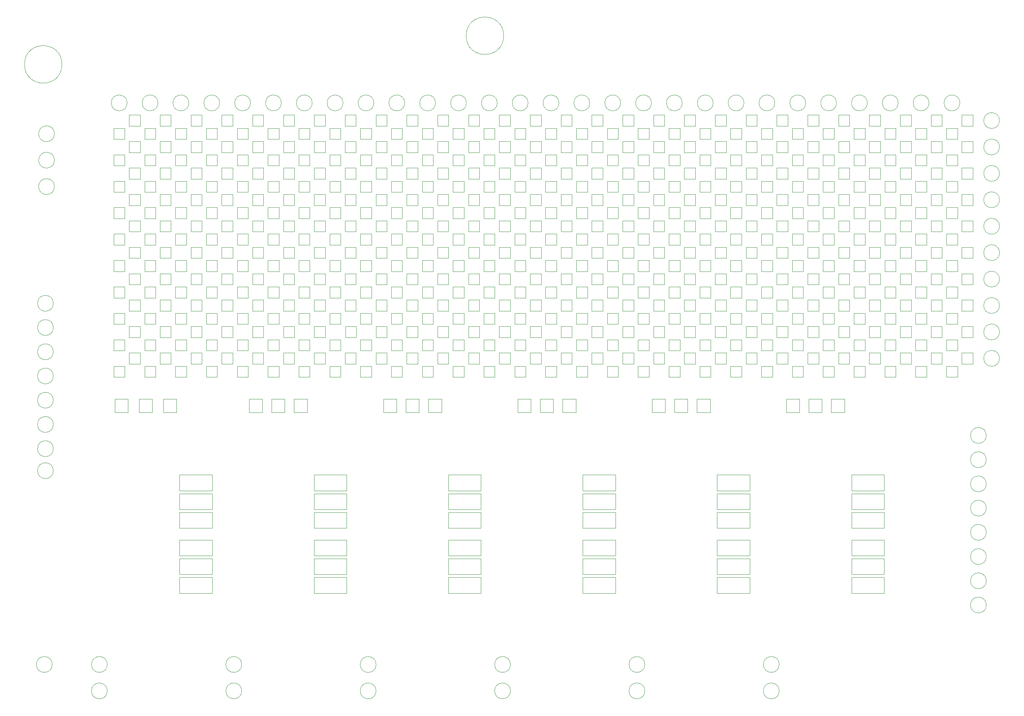
<source format=gbr>
G04 #@! TF.GenerationSoftware,KiCad,Pcbnew,(5.0.0)*
G04 #@! TF.CreationDate,2019-08-30T17:40:10+01:00*
G04 #@! TF.ProjectId,A-GA,412D47412E6B696361645F7063620000,rev?*
G04 #@! TF.SameCoordinates,Original*
G04 #@! TF.FileFunction,Other,User*
%FSLAX46Y46*%
G04 Gerber Fmt 4.6, Leading zero omitted, Abs format (unit mm)*
G04 Created by KiCad (PCBNEW (5.0.0)) date 08/30/19 17:40:10*
%MOMM*%
%LPD*%
G01*
G04 APERTURE LIST*
%ADD10C,0.050000*%
G04 APERTURE END LIST*
D10*
G04 #@! TO.C,TPLA11*
X62500000Y-117250000D02*
X59500000Y-117250000D01*
X62500000Y-117250000D02*
X62500000Y-114250000D01*
X59500000Y-114250000D02*
X59500000Y-117250000D01*
X59500000Y-114250000D02*
X62500000Y-114250000D01*
G04 #@! TO.C,C1*
X36500000Y-38250000D02*
G75*
G03X36500000Y-38250000I-4250000J0D01*
G01*
G04 #@! TO.C,C2*
X136750000Y-31750000D02*
G75*
G03X136750000Y-31750000I-4250000J0D01*
G01*
G04 #@! TO.C,TPX1*
X51300000Y-47000000D02*
G75*
G03X51300000Y-47000000I-1800000J0D01*
G01*
G04 #@! TO.C,TPX2*
X58300000Y-47000000D02*
G75*
G03X58300000Y-47000000I-1800000J0D01*
G01*
G04 #@! TO.C,TPX3*
X65300000Y-47000000D02*
G75*
G03X65300000Y-47000000I-1800000J0D01*
G01*
G04 #@! TO.C,TPX4*
X72300000Y-47000000D02*
G75*
G03X72300000Y-47000000I-1800000J0D01*
G01*
G04 #@! TO.C,TPX5*
X79300000Y-47000000D02*
G75*
G03X79300000Y-47000000I-1800000J0D01*
G01*
G04 #@! TO.C,TPX6*
X86300000Y-47000000D02*
G75*
G03X86300000Y-47000000I-1800000J0D01*
G01*
G04 #@! TO.C,TPX7*
X93300000Y-47000000D02*
G75*
G03X93300000Y-47000000I-1800000J0D01*
G01*
G04 #@! TO.C,TPX8*
X100300000Y-47000000D02*
G75*
G03X100300000Y-47000000I-1800000J0D01*
G01*
G04 #@! TO.C,TPX9*
X107300000Y-47000000D02*
G75*
G03X107300000Y-47000000I-1800000J0D01*
G01*
G04 #@! TO.C,TPX10*
X114300000Y-47000000D02*
G75*
G03X114300000Y-47000000I-1800000J0D01*
G01*
G04 #@! TO.C,TPX11*
X121300000Y-47000000D02*
G75*
G03X121300000Y-47000000I-1800000J0D01*
G01*
G04 #@! TO.C,TPX12*
X128300000Y-47000000D02*
G75*
G03X128300000Y-47000000I-1800000J0D01*
G01*
G04 #@! TO.C,TPX13*
X135300000Y-47000000D02*
G75*
G03X135300000Y-47000000I-1800000J0D01*
G01*
G04 #@! TO.C,TPX14*
X142300000Y-47000000D02*
G75*
G03X142300000Y-47000000I-1800000J0D01*
G01*
G04 #@! TO.C,TPX15*
X149300000Y-47000000D02*
G75*
G03X149300000Y-47000000I-1800000J0D01*
G01*
G04 #@! TO.C,TPX16*
X156300000Y-47000000D02*
G75*
G03X156300000Y-47000000I-1800000J0D01*
G01*
G04 #@! TO.C,TPX17*
X163300000Y-47000000D02*
G75*
G03X163300000Y-47000000I-1800000J0D01*
G01*
G04 #@! TO.C,TPX18*
X170300000Y-47000000D02*
G75*
G03X170300000Y-47000000I-1800000J0D01*
G01*
G04 #@! TO.C,TPY1*
X249300000Y-51000000D02*
G75*
G03X249300000Y-51000000I-1800000J0D01*
G01*
G04 #@! TO.C,TPY2*
X249300000Y-57000000D02*
G75*
G03X249300000Y-57000000I-1800000J0D01*
G01*
G04 #@! TO.C,TPY3*
X249300000Y-63000000D02*
G75*
G03X249300000Y-63000000I-1800000J0D01*
G01*
G04 #@! TO.C,TPY4*
X249300000Y-69000000D02*
G75*
G03X249300000Y-69000000I-1800000J0D01*
G01*
G04 #@! TO.C,TPY5*
X249300000Y-75000000D02*
G75*
G03X249300000Y-75000000I-1800000J0D01*
G01*
G04 #@! TO.C,TPY6*
X249300000Y-81000000D02*
G75*
G03X249300000Y-81000000I-1800000J0D01*
G01*
G04 #@! TO.C,TPY7*
X249300000Y-87000000D02*
G75*
G03X249300000Y-87000000I-1800000J0D01*
G01*
G04 #@! TO.C,TPY8*
X249300000Y-93000000D02*
G75*
G03X249300000Y-93000000I-1800000J0D01*
G01*
G04 #@! TO.C,TPY9*
X249300000Y-99000000D02*
G75*
G03X249300000Y-99000000I-1800000J0D01*
G01*
G04 #@! TO.C,TPY10*
X249300000Y-105000000D02*
G75*
G03X249300000Y-105000000I-1800000J0D01*
G01*
G04 #@! TO.C,TPX19*
X177300000Y-47000000D02*
G75*
G03X177300000Y-47000000I-1800000J0D01*
G01*
G04 #@! TO.C,TPX20*
X184300000Y-47000000D02*
G75*
G03X184300000Y-47000000I-1800000J0D01*
G01*
G04 #@! TO.C,TPX21*
X191300000Y-47000000D02*
G75*
G03X191300000Y-47000000I-1800000J0D01*
G01*
G04 #@! TO.C,TPX22*
X198300000Y-47000000D02*
G75*
G03X198300000Y-47000000I-1800000J0D01*
G01*
G04 #@! TO.C,TPX23*
X205300000Y-47000000D02*
G75*
G03X205300000Y-47000000I-1800000J0D01*
G01*
G04 #@! TO.C,TPX24*
X212300000Y-47000000D02*
G75*
G03X212300000Y-47000000I-1800000J0D01*
G01*
G04 #@! TO.C,TPX25*
X219300000Y-47000000D02*
G75*
G03X219300000Y-47000000I-1800000J0D01*
G01*
G04 #@! TO.C,TPX26*
X226300000Y-47000000D02*
G75*
G03X226300000Y-47000000I-1800000J0D01*
G01*
G04 #@! TO.C,TPX27*
X233300000Y-47000000D02*
G75*
G03X233300000Y-47000000I-1800000J0D01*
G01*
G04 #@! TO.C,TPX28*
X240300000Y-47000000D02*
G75*
G03X240300000Y-47000000I-1800000J0D01*
G01*
G04 #@! TO.C,TPG11*
X46800000Y-180500000D02*
G75*
G03X46800000Y-180500000I-1800000J0D01*
G01*
G04 #@! TO.C,TPG12*
X46800000Y-174500000D02*
G75*
G03X46800000Y-174500000I-1800000J0D01*
G01*
G04 #@! TO.C,TPG21*
X77300000Y-180500000D02*
G75*
G03X77300000Y-180500000I-1800000J0D01*
G01*
G04 #@! TO.C,TPG22*
X77300000Y-174500000D02*
G75*
G03X77300000Y-174500000I-1800000J0D01*
G01*
G04 #@! TO.C,TPG31*
X107800000Y-180500000D02*
G75*
G03X107800000Y-180500000I-1800000J0D01*
G01*
G04 #@! TO.C,TPG32*
X107800000Y-174500000D02*
G75*
G03X107800000Y-174500000I-1800000J0D01*
G01*
G04 #@! TO.C,TPG41*
X138300000Y-180500000D02*
G75*
G03X138300000Y-180500000I-1800000J0D01*
G01*
G04 #@! TO.C,TPG42*
X138300000Y-174500000D02*
G75*
G03X138300000Y-174500000I-1800000J0D01*
G01*
G04 #@! TO.C,TPG51*
X168800000Y-180500000D02*
G75*
G03X168800000Y-180500000I-1800000J0D01*
G01*
G04 #@! TO.C,TPG52*
X168800000Y-174500000D02*
G75*
G03X168800000Y-174500000I-1800000J0D01*
G01*
G04 #@! TO.C,TPG61*
X199300000Y-180500000D02*
G75*
G03X199300000Y-180500000I-1800000J0D01*
G01*
G04 #@! TO.C,TPG62*
X199300000Y-174500000D02*
G75*
G03X199300000Y-174500000I-1800000J0D01*
G01*
G04 #@! TO.C,TPI7*
X246300000Y-161000000D02*
G75*
G03X246300000Y-161000000I-1800000J0D01*
G01*
G04 #@! TO.C,TPI8*
X246300000Y-155500000D02*
G75*
G03X246300000Y-155500000I-1800000J0D01*
G01*
G04 #@! TO.C,TPI9*
X246300000Y-150000000D02*
G75*
G03X246300000Y-150000000I-1800000J0D01*
G01*
G04 #@! TO.C,TPI10*
X246300000Y-144500000D02*
G75*
G03X246300000Y-144500000I-1800000J0D01*
G01*
G04 #@! TO.C,TPI11*
X246300000Y-139000000D02*
G75*
G03X246300000Y-139000000I-1800000J0D01*
G01*
G04 #@! TO.C,TPI14*
X246300000Y-133500000D02*
G75*
G03X246300000Y-133500000I-1800000J0D01*
G01*
G04 #@! TO.C,TPI15*
X246300000Y-128000000D02*
G75*
G03X246300000Y-128000000I-1800000J0D01*
G01*
G04 #@! TO.C,TPI18*
X246300000Y-122500000D02*
G75*
G03X246300000Y-122500000I-1800000J0D01*
G01*
G04 #@! TO.C,TPI19*
X34550000Y-130500000D02*
G75*
G03X34550000Y-130500000I-1800000J0D01*
G01*
G04 #@! TO.C,TPI20*
X34550000Y-125500000D02*
G75*
G03X34550000Y-125500000I-1800000J0D01*
G01*
G04 #@! TO.C,TPI21*
X34550000Y-120000000D02*
G75*
G03X34550000Y-120000000I-1800000J0D01*
G01*
G04 #@! TO.C,TPI22*
X34550000Y-114500000D02*
G75*
G03X34550000Y-114500000I-1800000J0D01*
G01*
G04 #@! TO.C,TPI23*
X34550000Y-109000000D02*
G75*
G03X34550000Y-109000000I-1800000J0D01*
G01*
G04 #@! TO.C,TPI24*
X34550000Y-103500000D02*
G75*
G03X34550000Y-103500000I-1800000J0D01*
G01*
G04 #@! TO.C,TPI25*
X34550000Y-98000000D02*
G75*
G03X34550000Y-98000000I-1800000J0D01*
G01*
G04 #@! TO.C,TPI26*
X34550000Y-92500000D02*
G75*
G03X34550000Y-92500000I-1800000J0D01*
G01*
G04 #@! TO.C,TPG0*
X34300000Y-174500000D02*
G75*
G03X34300000Y-174500000I-1800000J0D01*
G01*
G04 #@! TO.C,TPLA1*
X63200000Y-154700000D02*
X70610000Y-154700000D01*
X63200000Y-154700000D02*
X63200000Y-158300000D01*
X70610000Y-158300000D02*
X70610000Y-154700000D01*
X70610000Y-158300000D02*
X63200000Y-158300000D01*
G04 #@! TO.C,TPLA2*
X70610000Y-154050000D02*
X63200000Y-154050000D01*
X70610000Y-154050000D02*
X70610000Y-150450000D01*
X63200000Y-150450000D02*
X63200000Y-154050000D01*
X63200000Y-150450000D02*
X70610000Y-150450000D01*
G04 #@! TO.C,TPLA3*
X63200000Y-146200000D02*
X70610000Y-146200000D01*
X63200000Y-146200000D02*
X63200000Y-149800000D01*
X70610000Y-149800000D02*
X70610000Y-146200000D01*
X70610000Y-149800000D02*
X63200000Y-149800000D01*
G04 #@! TO.C,TPLA4*
X70610000Y-143550000D02*
X63200000Y-143550000D01*
X70610000Y-143550000D02*
X70610000Y-139950000D01*
X63200000Y-139950000D02*
X63200000Y-143550000D01*
X63200000Y-139950000D02*
X70610000Y-139950000D01*
G04 #@! TO.C,TPLA5*
X63200000Y-135700000D02*
X70610000Y-135700000D01*
X63200000Y-135700000D02*
X63200000Y-139300000D01*
X70610000Y-139300000D02*
X70610000Y-135700000D01*
X70610000Y-139300000D02*
X63200000Y-139300000D01*
G04 #@! TO.C,TPLA6*
X70610000Y-135050000D02*
X63200000Y-135050000D01*
X70610000Y-135050000D02*
X70610000Y-131450000D01*
X63200000Y-131450000D02*
X63200000Y-135050000D01*
X63200000Y-131450000D02*
X70610000Y-131450000D01*
G04 #@! TO.C,TPLA12*
X57000000Y-117250000D02*
X54000000Y-117250000D01*
X57000000Y-117250000D02*
X57000000Y-114250000D01*
X54000000Y-114250000D02*
X54000000Y-117250000D01*
X54000000Y-114250000D02*
X57000000Y-114250000D01*
G04 #@! TO.C,TPLA13*
X48500000Y-114250000D02*
X51500000Y-114250000D01*
X48500000Y-114250000D02*
X48500000Y-117250000D01*
X51500000Y-117250000D02*
X51500000Y-114250000D01*
X51500000Y-117250000D02*
X48500000Y-117250000D01*
G04 #@! TO.C,MH1*
X167250000Y-52750000D02*
X169750000Y-52750000D01*
X167250000Y-52750000D02*
X167250000Y-55250000D01*
X169750000Y-55250000D02*
X169750000Y-52750000D01*
X169750000Y-55250000D02*
X167250000Y-55250000D01*
G04 #@! TO.C,MH2*
X142750000Y-49750000D02*
X145250000Y-49750000D01*
X142750000Y-49750000D02*
X142750000Y-52250000D01*
X145250000Y-52250000D02*
X145250000Y-49750000D01*
X145250000Y-52250000D02*
X142750000Y-52250000D01*
G04 #@! TO.C,MH3*
X110250000Y-52250000D02*
X107750000Y-52250000D01*
X110250000Y-52250000D02*
X110250000Y-49750000D01*
X107750000Y-49750000D02*
X107750000Y-52250000D01*
X107750000Y-49750000D02*
X110250000Y-49750000D01*
G04 #@! TO.C,MH4*
X152250000Y-52250000D02*
X149750000Y-52250000D01*
X152250000Y-52250000D02*
X152250000Y-49750000D01*
X149750000Y-49750000D02*
X149750000Y-52250000D01*
X149750000Y-49750000D02*
X152250000Y-49750000D01*
G04 #@! TO.C,MH5*
X117250000Y-52250000D02*
X114750000Y-52250000D01*
X117250000Y-52250000D02*
X117250000Y-49750000D01*
X114750000Y-49750000D02*
X114750000Y-52250000D01*
X114750000Y-49750000D02*
X117250000Y-49750000D01*
G04 #@! TO.C,MH6*
X121750000Y-49750000D02*
X124250000Y-49750000D01*
X121750000Y-49750000D02*
X121750000Y-52250000D01*
X124250000Y-52250000D02*
X124250000Y-49750000D01*
X124250000Y-52250000D02*
X121750000Y-52250000D01*
G04 #@! TO.C,MH7*
X159250000Y-52250000D02*
X156750000Y-52250000D01*
X159250000Y-52250000D02*
X159250000Y-49750000D01*
X156750000Y-49750000D02*
X156750000Y-52250000D01*
X156750000Y-49750000D02*
X159250000Y-49750000D01*
G04 #@! TO.C,MH8*
X128750000Y-49750000D02*
X131250000Y-49750000D01*
X128750000Y-49750000D02*
X128750000Y-52250000D01*
X131250000Y-52250000D02*
X131250000Y-49750000D01*
X131250000Y-52250000D02*
X128750000Y-52250000D01*
G04 #@! TO.C,MH9*
X138250000Y-52250000D02*
X135750000Y-52250000D01*
X138250000Y-52250000D02*
X138250000Y-49750000D01*
X135750000Y-49750000D02*
X135750000Y-52250000D01*
X135750000Y-49750000D02*
X138250000Y-49750000D01*
G04 #@! TO.C,MH10*
X163750000Y-49750000D02*
X166250000Y-49750000D01*
X163750000Y-49750000D02*
X163750000Y-52250000D01*
X166250000Y-52250000D02*
X166250000Y-49750000D01*
X166250000Y-52250000D02*
X163750000Y-52250000D01*
G04 #@! TO.C,MH11*
X169750000Y-61250000D02*
X167250000Y-61250000D01*
X169750000Y-61250000D02*
X169750000Y-58750000D01*
X167250000Y-58750000D02*
X167250000Y-61250000D01*
X167250000Y-58750000D02*
X169750000Y-58750000D01*
G04 #@! TO.C,MH12*
X163750000Y-55750000D02*
X166250000Y-55750000D01*
X163750000Y-55750000D02*
X163750000Y-58250000D01*
X166250000Y-58250000D02*
X166250000Y-55750000D01*
X166250000Y-58250000D02*
X163750000Y-58250000D01*
G04 #@! TO.C,MH13*
X160250000Y-94750000D02*
X162750000Y-94750000D01*
X160250000Y-94750000D02*
X160250000Y-97250000D01*
X162750000Y-97250000D02*
X162750000Y-94750000D01*
X162750000Y-97250000D02*
X160250000Y-97250000D01*
G04 #@! TO.C,MH14*
X153250000Y-94750000D02*
X155750000Y-94750000D01*
X153250000Y-94750000D02*
X153250000Y-97250000D01*
X155750000Y-97250000D02*
X155750000Y-94750000D01*
X155750000Y-97250000D02*
X153250000Y-97250000D01*
G04 #@! TO.C,MH15*
X148750000Y-55250000D02*
X146250000Y-55250000D01*
X148750000Y-55250000D02*
X148750000Y-52750000D01*
X146250000Y-52750000D02*
X146250000Y-55250000D01*
X146250000Y-52750000D02*
X148750000Y-52750000D01*
G04 #@! TO.C,MH16*
X139250000Y-64750000D02*
X141750000Y-64750000D01*
X139250000Y-64750000D02*
X139250000Y-67250000D01*
X141750000Y-67250000D02*
X141750000Y-64750000D01*
X141750000Y-67250000D02*
X139250000Y-67250000D01*
G04 #@! TO.C,MH17*
X134750000Y-55250000D02*
X132250000Y-55250000D01*
X134750000Y-55250000D02*
X134750000Y-52750000D01*
X132250000Y-52750000D02*
X132250000Y-55250000D01*
X132250000Y-52750000D02*
X134750000Y-52750000D01*
G04 #@! TO.C,MH18*
X125250000Y-52750000D02*
X127750000Y-52750000D01*
X125250000Y-52750000D02*
X125250000Y-55250000D01*
X127750000Y-55250000D02*
X127750000Y-52750000D01*
X127750000Y-55250000D02*
X125250000Y-55250000D01*
G04 #@! TO.C,MH19*
X120750000Y-55250000D02*
X118250000Y-55250000D01*
X120750000Y-55250000D02*
X120750000Y-52750000D01*
X118250000Y-52750000D02*
X118250000Y-55250000D01*
X118250000Y-52750000D02*
X120750000Y-52750000D01*
G04 #@! TO.C,MH20*
X111250000Y-52750000D02*
X113750000Y-52750000D01*
X111250000Y-52750000D02*
X111250000Y-55250000D01*
X113750000Y-55250000D02*
X113750000Y-52750000D01*
X113750000Y-55250000D02*
X111250000Y-55250000D01*
G04 #@! TO.C,MH21*
X106750000Y-55250000D02*
X104250000Y-55250000D01*
X106750000Y-55250000D02*
X106750000Y-52750000D01*
X104250000Y-52750000D02*
X104250000Y-55250000D01*
X104250000Y-52750000D02*
X106750000Y-52750000D01*
G04 #@! TO.C,MH22*
X97250000Y-52750000D02*
X99750000Y-52750000D01*
X97250000Y-52750000D02*
X97250000Y-55250000D01*
X99750000Y-55250000D02*
X99750000Y-52750000D01*
X99750000Y-55250000D02*
X97250000Y-55250000D01*
G04 #@! TO.C,MH23*
X90250000Y-52750000D02*
X92750000Y-52750000D01*
X90250000Y-52750000D02*
X90250000Y-55250000D01*
X92750000Y-55250000D02*
X92750000Y-52750000D01*
X92750000Y-55250000D02*
X90250000Y-55250000D01*
G04 #@! TO.C,MH24*
X83250000Y-52750000D02*
X85750000Y-52750000D01*
X83250000Y-52750000D02*
X83250000Y-55250000D01*
X85750000Y-55250000D02*
X85750000Y-52750000D01*
X85750000Y-55250000D02*
X83250000Y-55250000D01*
G04 #@! TO.C,MH25*
X78750000Y-55250000D02*
X76250000Y-55250000D01*
X78750000Y-55250000D02*
X78750000Y-52750000D01*
X76250000Y-52750000D02*
X76250000Y-55250000D01*
X76250000Y-52750000D02*
X78750000Y-52750000D01*
G04 #@! TO.C,MH26*
X69250000Y-82750000D02*
X71750000Y-82750000D01*
X69250000Y-82750000D02*
X69250000Y-85250000D01*
X71750000Y-85250000D02*
X71750000Y-82750000D01*
X71750000Y-85250000D02*
X69250000Y-85250000D01*
G04 #@! TO.C,MH27*
X64750000Y-55250000D02*
X62250000Y-55250000D01*
X64750000Y-55250000D02*
X64750000Y-52750000D01*
X62250000Y-52750000D02*
X62250000Y-55250000D01*
X62250000Y-52750000D02*
X64750000Y-52750000D01*
G04 #@! TO.C,MH28*
X55250000Y-52750000D02*
X57750000Y-52750000D01*
X55250000Y-52750000D02*
X55250000Y-55250000D01*
X57750000Y-55250000D02*
X57750000Y-52750000D01*
X57750000Y-55250000D02*
X55250000Y-55250000D01*
G04 #@! TO.C,MH29*
X50750000Y-91250000D02*
X48250000Y-91250000D01*
X50750000Y-91250000D02*
X50750000Y-88750000D01*
X48250000Y-88750000D02*
X48250000Y-91250000D01*
X48250000Y-88750000D02*
X50750000Y-88750000D01*
G04 #@! TO.C,MH30*
X170750000Y-49750000D02*
X173250000Y-49750000D01*
X170750000Y-49750000D02*
X170750000Y-52250000D01*
X173250000Y-52250000D02*
X173250000Y-49750000D01*
X173250000Y-52250000D02*
X170750000Y-52250000D01*
G04 #@! TO.C,MH31*
X61250000Y-52250000D02*
X58750000Y-52250000D01*
X61250000Y-52250000D02*
X61250000Y-49750000D01*
X58750000Y-49750000D02*
X58750000Y-52250000D01*
X58750000Y-49750000D02*
X61250000Y-49750000D01*
G04 #@! TO.C,MH32*
X93750000Y-49750000D02*
X96250000Y-49750000D01*
X93750000Y-49750000D02*
X93750000Y-52250000D01*
X96250000Y-52250000D02*
X96250000Y-49750000D01*
X96250000Y-52250000D02*
X93750000Y-52250000D01*
G04 #@! TO.C,MH33*
X79750000Y-49750000D02*
X82250000Y-49750000D01*
X79750000Y-49750000D02*
X79750000Y-52250000D01*
X82250000Y-52250000D02*
X82250000Y-49750000D01*
X82250000Y-52250000D02*
X79750000Y-52250000D01*
G04 #@! TO.C,MH34*
X100750000Y-49750000D02*
X103250000Y-49750000D01*
X100750000Y-49750000D02*
X100750000Y-52250000D01*
X103250000Y-52250000D02*
X103250000Y-49750000D01*
X103250000Y-52250000D02*
X100750000Y-52250000D01*
G04 #@! TO.C,MH35*
X72750000Y-49750000D02*
X75250000Y-49750000D01*
X72750000Y-49750000D02*
X72750000Y-52250000D01*
X75250000Y-52250000D02*
X75250000Y-49750000D01*
X75250000Y-52250000D02*
X72750000Y-52250000D01*
G04 #@! TO.C,MH36*
X89250000Y-52250000D02*
X86750000Y-52250000D01*
X89250000Y-52250000D02*
X89250000Y-49750000D01*
X86750000Y-49750000D02*
X86750000Y-52250000D01*
X86750000Y-49750000D02*
X89250000Y-49750000D01*
G04 #@! TO.C,MH37*
X51750000Y-49750000D02*
X54250000Y-49750000D01*
X51750000Y-49750000D02*
X51750000Y-52250000D01*
X54250000Y-52250000D02*
X54250000Y-49750000D01*
X54250000Y-52250000D02*
X51750000Y-52250000D01*
G04 #@! TO.C,MH38*
X68250000Y-52250000D02*
X65750000Y-52250000D01*
X68250000Y-52250000D02*
X68250000Y-49750000D01*
X65750000Y-49750000D02*
X65750000Y-52250000D01*
X65750000Y-49750000D02*
X68250000Y-49750000D01*
G04 #@! TO.C,MH39*
X160250000Y-52750000D02*
X162750000Y-52750000D01*
X160250000Y-52750000D02*
X160250000Y-55250000D01*
X162750000Y-55250000D02*
X162750000Y-52750000D01*
X162750000Y-55250000D02*
X160250000Y-55250000D01*
G04 #@! TO.C,MH40*
X155750000Y-55250000D02*
X153250000Y-55250000D01*
X155750000Y-55250000D02*
X155750000Y-52750000D01*
X153250000Y-52750000D02*
X153250000Y-55250000D01*
X153250000Y-52750000D02*
X155750000Y-52750000D01*
G04 #@! TO.C,MH41*
X148750000Y-103250000D02*
X146250000Y-103250000D01*
X148750000Y-103250000D02*
X148750000Y-100750000D01*
X146250000Y-100750000D02*
X146250000Y-103250000D01*
X146250000Y-100750000D02*
X148750000Y-100750000D01*
G04 #@! TO.C,MH42*
X139250000Y-106750000D02*
X141750000Y-106750000D01*
X139250000Y-106750000D02*
X139250000Y-109250000D01*
X141750000Y-109250000D02*
X141750000Y-106750000D01*
X141750000Y-109250000D02*
X139250000Y-109250000D01*
G04 #@! TO.C,MH43*
X134750000Y-109250000D02*
X132250000Y-109250000D01*
X134750000Y-109250000D02*
X134750000Y-106750000D01*
X132250000Y-106750000D02*
X132250000Y-109250000D01*
X132250000Y-106750000D02*
X134750000Y-106750000D01*
G04 #@! TO.C,MH44*
X125250000Y-106750000D02*
X127750000Y-106750000D01*
X125250000Y-106750000D02*
X125250000Y-109250000D01*
X127750000Y-109250000D02*
X127750000Y-106750000D01*
X127750000Y-109250000D02*
X125250000Y-109250000D01*
G04 #@! TO.C,MH45*
X120750000Y-97250000D02*
X118250000Y-97250000D01*
X120750000Y-97250000D02*
X120750000Y-94750000D01*
X118250000Y-94750000D02*
X118250000Y-97250000D01*
X118250000Y-94750000D02*
X120750000Y-94750000D01*
G04 #@! TO.C,MH46*
X111250000Y-106750000D02*
X113750000Y-106750000D01*
X111250000Y-106750000D02*
X111250000Y-109250000D01*
X113750000Y-109250000D02*
X113750000Y-106750000D01*
X113750000Y-109250000D02*
X111250000Y-109250000D01*
G04 #@! TO.C,MH47*
X106750000Y-61250000D02*
X104250000Y-61250000D01*
X106750000Y-61250000D02*
X106750000Y-58750000D01*
X104250000Y-58750000D02*
X104250000Y-61250000D01*
X104250000Y-58750000D02*
X106750000Y-58750000D01*
G04 #@! TO.C,MH48*
X97250000Y-58750000D02*
X99750000Y-58750000D01*
X97250000Y-58750000D02*
X97250000Y-61250000D01*
X99750000Y-61250000D02*
X99750000Y-58750000D01*
X99750000Y-61250000D02*
X97250000Y-61250000D01*
G04 #@! TO.C,MH49*
X90250000Y-106750000D02*
X92750000Y-106750000D01*
X90250000Y-106750000D02*
X90250000Y-109250000D01*
X92750000Y-109250000D02*
X92750000Y-106750000D01*
X92750000Y-109250000D02*
X90250000Y-109250000D01*
G04 #@! TO.C,MH50*
X83250000Y-106750000D02*
X85750000Y-106750000D01*
X83250000Y-106750000D02*
X83250000Y-109250000D01*
X85750000Y-109250000D02*
X85750000Y-106750000D01*
X85750000Y-109250000D02*
X83250000Y-109250000D01*
G04 #@! TO.C,MH51*
X78750000Y-61250000D02*
X76250000Y-61250000D01*
X78750000Y-61250000D02*
X78750000Y-58750000D01*
X76250000Y-58750000D02*
X76250000Y-61250000D01*
X76250000Y-58750000D02*
X78750000Y-58750000D01*
G04 #@! TO.C,MH52*
X69250000Y-106750000D02*
X71750000Y-106750000D01*
X69250000Y-106750000D02*
X69250000Y-109250000D01*
X71750000Y-109250000D02*
X71750000Y-106750000D01*
X71750000Y-109250000D02*
X69250000Y-109250000D01*
G04 #@! TO.C,MH53*
X64750000Y-73250000D02*
X62250000Y-73250000D01*
X64750000Y-73250000D02*
X64750000Y-70750000D01*
X62250000Y-70750000D02*
X62250000Y-73250000D01*
X62250000Y-70750000D02*
X64750000Y-70750000D01*
G04 #@! TO.C,MH54*
X55250000Y-70750000D02*
X57750000Y-70750000D01*
X55250000Y-70750000D02*
X55250000Y-73250000D01*
X57750000Y-73250000D02*
X57750000Y-70750000D01*
X57750000Y-73250000D02*
X55250000Y-73250000D01*
G04 #@! TO.C,MH55*
X50750000Y-61250000D02*
X48250000Y-61250000D01*
X50750000Y-61250000D02*
X50750000Y-58750000D01*
X48250000Y-58750000D02*
X48250000Y-61250000D01*
X48250000Y-58750000D02*
X50750000Y-58750000D01*
G04 #@! TO.C,MH56*
X128750000Y-55750000D02*
X131250000Y-55750000D01*
X128750000Y-55750000D02*
X128750000Y-58250000D01*
X131250000Y-58250000D02*
X131250000Y-55750000D01*
X131250000Y-58250000D02*
X128750000Y-58250000D01*
G04 #@! TO.C,MH57*
X149750000Y-55750000D02*
X152250000Y-55750000D01*
X149750000Y-55750000D02*
X149750000Y-58250000D01*
X152250000Y-58250000D02*
X152250000Y-55750000D01*
X152250000Y-58250000D02*
X149750000Y-58250000D01*
G04 #@! TO.C,MH58*
X124250000Y-58250000D02*
X121750000Y-58250000D01*
X124250000Y-58250000D02*
X124250000Y-55750000D01*
X121750000Y-55750000D02*
X121750000Y-58250000D01*
X121750000Y-55750000D02*
X124250000Y-55750000D01*
G04 #@! TO.C,MH59*
X51750000Y-55750000D02*
X54250000Y-55750000D01*
X51750000Y-55750000D02*
X51750000Y-58250000D01*
X54250000Y-58250000D02*
X54250000Y-55750000D01*
X54250000Y-58250000D02*
X51750000Y-58250000D01*
G04 #@! TO.C,MH60*
X173250000Y-58250000D02*
X170750000Y-58250000D01*
X173250000Y-58250000D02*
X173250000Y-55750000D01*
X170750000Y-55750000D02*
X170750000Y-58250000D01*
X170750000Y-55750000D02*
X173250000Y-55750000D01*
G04 #@! TO.C,MH61*
X75250000Y-58250000D02*
X72750000Y-58250000D01*
X75250000Y-58250000D02*
X75250000Y-55750000D01*
X72750000Y-55750000D02*
X72750000Y-58250000D01*
X72750000Y-55750000D02*
X75250000Y-55750000D01*
G04 #@! TO.C,MH62*
X159250000Y-58250000D02*
X156750000Y-58250000D01*
X159250000Y-58250000D02*
X159250000Y-55750000D01*
X156750000Y-55750000D02*
X156750000Y-58250000D01*
X156750000Y-55750000D02*
X159250000Y-55750000D01*
G04 #@! TO.C,MH63*
X100750000Y-55750000D02*
X103250000Y-55750000D01*
X100750000Y-55750000D02*
X100750000Y-58250000D01*
X103250000Y-58250000D02*
X103250000Y-55750000D01*
X103250000Y-58250000D02*
X100750000Y-58250000D01*
G04 #@! TO.C,MH64*
X96250000Y-58250000D02*
X93750000Y-58250000D01*
X96250000Y-58250000D02*
X96250000Y-55750000D01*
X93750000Y-55750000D02*
X93750000Y-58250000D01*
X93750000Y-55750000D02*
X96250000Y-55750000D01*
G04 #@! TO.C,MH65*
X107750000Y-55750000D02*
X110250000Y-55750000D01*
X107750000Y-55750000D02*
X107750000Y-58250000D01*
X110250000Y-58250000D02*
X110250000Y-55750000D01*
X110250000Y-58250000D02*
X107750000Y-58250000D01*
G04 #@! TO.C,MH66*
X145250000Y-58250000D02*
X142750000Y-58250000D01*
X145250000Y-58250000D02*
X145250000Y-55750000D01*
X142750000Y-55750000D02*
X142750000Y-58250000D01*
X142750000Y-55750000D02*
X145250000Y-55750000D01*
G04 #@! TO.C,MH67*
X86750000Y-55750000D02*
X89250000Y-55750000D01*
X86750000Y-55750000D02*
X86750000Y-58250000D01*
X89250000Y-58250000D02*
X89250000Y-55750000D01*
X89250000Y-58250000D02*
X86750000Y-58250000D01*
G04 #@! TO.C,MH68*
X68250000Y-58250000D02*
X65750000Y-58250000D01*
X68250000Y-58250000D02*
X68250000Y-55750000D01*
X65750000Y-55750000D02*
X65750000Y-58250000D01*
X65750000Y-55750000D02*
X68250000Y-55750000D01*
G04 #@! TO.C,MH69*
X58750000Y-55750000D02*
X61250000Y-55750000D01*
X58750000Y-55750000D02*
X58750000Y-58250000D01*
X61250000Y-58250000D02*
X61250000Y-55750000D01*
X61250000Y-58250000D02*
X58750000Y-58250000D01*
G04 #@! TO.C,MH70*
X138250000Y-58250000D02*
X135750000Y-58250000D01*
X138250000Y-58250000D02*
X138250000Y-55750000D01*
X135750000Y-55750000D02*
X135750000Y-58250000D01*
X135750000Y-55750000D02*
X138250000Y-55750000D01*
G04 #@! TO.C,MH71*
X114750000Y-55750000D02*
X117250000Y-55750000D01*
X114750000Y-55750000D02*
X114750000Y-58250000D01*
X117250000Y-58250000D02*
X117250000Y-55750000D01*
X117250000Y-58250000D02*
X114750000Y-58250000D01*
G04 #@! TO.C,MH72*
X82250000Y-58250000D02*
X79750000Y-58250000D01*
X82250000Y-58250000D02*
X82250000Y-55750000D01*
X79750000Y-55750000D02*
X79750000Y-58250000D01*
X79750000Y-55750000D02*
X82250000Y-55750000D01*
G04 #@! TO.C,MH73*
X169750000Y-67250000D02*
X167250000Y-67250000D01*
X169750000Y-67250000D02*
X169750000Y-64750000D01*
X167250000Y-64750000D02*
X167250000Y-67250000D01*
X167250000Y-64750000D02*
X169750000Y-64750000D01*
G04 #@! TO.C,MH74*
X166250000Y-64250000D02*
X163750000Y-64250000D01*
X166250000Y-64250000D02*
X166250000Y-61750000D01*
X163750000Y-61750000D02*
X163750000Y-64250000D01*
X163750000Y-61750000D02*
X166250000Y-61750000D01*
G04 #@! TO.C,MH75*
X142750000Y-61750000D02*
X145250000Y-61750000D01*
X142750000Y-61750000D02*
X142750000Y-64250000D01*
X145250000Y-64250000D02*
X145250000Y-61750000D01*
X145250000Y-64250000D02*
X142750000Y-64250000D01*
G04 #@! TO.C,MH76*
X131250000Y-64250000D02*
X128750000Y-64250000D01*
X131250000Y-64250000D02*
X131250000Y-61750000D01*
X128750000Y-61750000D02*
X128750000Y-64250000D01*
X128750000Y-61750000D02*
X131250000Y-61750000D01*
G04 #@! TO.C,MH77*
X121750000Y-61750000D02*
X124250000Y-61750000D01*
X121750000Y-61750000D02*
X121750000Y-64250000D01*
X124250000Y-64250000D02*
X124250000Y-61750000D01*
X124250000Y-64250000D02*
X121750000Y-64250000D01*
G04 #@! TO.C,MH78*
X138250000Y-64250000D02*
X135750000Y-64250000D01*
X138250000Y-64250000D02*
X138250000Y-61750000D01*
X135750000Y-61750000D02*
X135750000Y-64250000D01*
X135750000Y-61750000D02*
X138250000Y-61750000D01*
G04 #@! TO.C,MH79*
X86750000Y-61750000D02*
X89250000Y-61750000D01*
X86750000Y-61750000D02*
X86750000Y-64250000D01*
X89250000Y-64250000D02*
X89250000Y-61750000D01*
X89250000Y-64250000D02*
X86750000Y-64250000D01*
G04 #@! TO.C,MH80*
X96250000Y-64250000D02*
X93750000Y-64250000D01*
X96250000Y-64250000D02*
X96250000Y-61750000D01*
X93750000Y-61750000D02*
X93750000Y-64250000D01*
X93750000Y-61750000D02*
X96250000Y-61750000D01*
G04 #@! TO.C,MH81*
X51750000Y-61750000D02*
X54250000Y-61750000D01*
X51750000Y-61750000D02*
X51750000Y-64250000D01*
X54250000Y-64250000D02*
X54250000Y-61750000D01*
X54250000Y-64250000D02*
X51750000Y-64250000D01*
G04 #@! TO.C,MH82*
X159250000Y-64250000D02*
X156750000Y-64250000D01*
X159250000Y-64250000D02*
X159250000Y-61750000D01*
X156750000Y-61750000D02*
X156750000Y-64250000D01*
X156750000Y-61750000D02*
X159250000Y-61750000D01*
G04 #@! TO.C,MH83*
X170750000Y-61750000D02*
X173250000Y-61750000D01*
X170750000Y-61750000D02*
X170750000Y-64250000D01*
X173250000Y-64250000D02*
X173250000Y-61750000D01*
X173250000Y-64250000D02*
X170750000Y-64250000D01*
G04 #@! TO.C,MH84*
X61250000Y-64250000D02*
X58750000Y-64250000D01*
X61250000Y-64250000D02*
X61250000Y-61750000D01*
X58750000Y-61750000D02*
X58750000Y-64250000D01*
X58750000Y-61750000D02*
X61250000Y-61750000D01*
G04 #@! TO.C,MH85*
X152250000Y-64250000D02*
X149750000Y-64250000D01*
X152250000Y-64250000D02*
X152250000Y-61750000D01*
X149750000Y-61750000D02*
X149750000Y-64250000D01*
X149750000Y-61750000D02*
X152250000Y-61750000D01*
G04 #@! TO.C,MH86*
X79750000Y-61750000D02*
X82250000Y-61750000D01*
X79750000Y-61750000D02*
X79750000Y-64250000D01*
X82250000Y-64250000D02*
X82250000Y-61750000D01*
X82250000Y-64250000D02*
X79750000Y-64250000D01*
G04 #@! TO.C,MH87*
X68250000Y-64250000D02*
X65750000Y-64250000D01*
X68250000Y-64250000D02*
X68250000Y-61750000D01*
X65750000Y-61750000D02*
X65750000Y-64250000D01*
X65750000Y-61750000D02*
X68250000Y-61750000D01*
G04 #@! TO.C,MH88*
X72750000Y-61750000D02*
X75250000Y-61750000D01*
X72750000Y-61750000D02*
X72750000Y-64250000D01*
X75250000Y-64250000D02*
X75250000Y-61750000D01*
X75250000Y-64250000D02*
X72750000Y-64250000D01*
G04 #@! TO.C,MH89*
X103250000Y-64250000D02*
X100750000Y-64250000D01*
X103250000Y-64250000D02*
X103250000Y-61750000D01*
X100750000Y-61750000D02*
X100750000Y-64250000D01*
X100750000Y-61750000D02*
X103250000Y-61750000D01*
G04 #@! TO.C,MH90*
X107750000Y-61750000D02*
X110250000Y-61750000D01*
X107750000Y-61750000D02*
X107750000Y-64250000D01*
X110250000Y-64250000D02*
X110250000Y-61750000D01*
X110250000Y-64250000D02*
X107750000Y-64250000D01*
G04 #@! TO.C,MH91*
X117250000Y-64250000D02*
X114750000Y-64250000D01*
X117250000Y-64250000D02*
X117250000Y-61750000D01*
X114750000Y-61750000D02*
X114750000Y-64250000D01*
X114750000Y-61750000D02*
X117250000Y-61750000D01*
G04 #@! TO.C,MH92*
X107750000Y-67750000D02*
X110250000Y-67750000D01*
X107750000Y-67750000D02*
X107750000Y-70250000D01*
X110250000Y-70250000D02*
X110250000Y-67750000D01*
X110250000Y-70250000D02*
X107750000Y-70250000D01*
G04 #@! TO.C,MH93*
X89250000Y-70250000D02*
X86750000Y-70250000D01*
X89250000Y-70250000D02*
X89250000Y-67750000D01*
X86750000Y-67750000D02*
X86750000Y-70250000D01*
X86750000Y-67750000D02*
X89250000Y-67750000D01*
G04 #@! TO.C,MH94*
X54250000Y-70250000D02*
X51750000Y-70250000D01*
X54250000Y-70250000D02*
X54250000Y-67750000D01*
X51750000Y-67750000D02*
X51750000Y-70250000D01*
X51750000Y-67750000D02*
X54250000Y-67750000D01*
G04 #@! TO.C,MH95*
X173250000Y-70250000D02*
X170750000Y-70250000D01*
X173250000Y-70250000D02*
X173250000Y-67750000D01*
X170750000Y-67750000D02*
X170750000Y-70250000D01*
X170750000Y-67750000D02*
X173250000Y-67750000D01*
G04 #@! TO.C,MH96*
X65750000Y-67750000D02*
X68250000Y-67750000D01*
X65750000Y-67750000D02*
X65750000Y-70250000D01*
X68250000Y-70250000D02*
X68250000Y-67750000D01*
X68250000Y-70250000D02*
X65750000Y-70250000D01*
G04 #@! TO.C,MH97*
X166250000Y-70250000D02*
X163750000Y-70250000D01*
X166250000Y-70250000D02*
X166250000Y-67750000D01*
X163750000Y-67750000D02*
X163750000Y-70250000D01*
X163750000Y-67750000D02*
X166250000Y-67750000D01*
G04 #@! TO.C,MH98*
X128750000Y-67750000D02*
X131250000Y-67750000D01*
X128750000Y-67750000D02*
X128750000Y-70250000D01*
X131250000Y-70250000D02*
X131250000Y-67750000D01*
X131250000Y-70250000D02*
X128750000Y-70250000D01*
G04 #@! TO.C,MH99*
X82250000Y-70250000D02*
X79750000Y-70250000D01*
X82250000Y-70250000D02*
X82250000Y-67750000D01*
X79750000Y-67750000D02*
X79750000Y-70250000D01*
X79750000Y-67750000D02*
X82250000Y-67750000D01*
G04 #@! TO.C,MH100*
X93750000Y-67750000D02*
X96250000Y-67750000D01*
X93750000Y-67750000D02*
X93750000Y-70250000D01*
X96250000Y-70250000D02*
X96250000Y-67750000D01*
X96250000Y-70250000D02*
X93750000Y-70250000D01*
G04 #@! TO.C,MH101*
X75250000Y-70250000D02*
X72750000Y-70250000D01*
X75250000Y-70250000D02*
X75250000Y-67750000D01*
X72750000Y-67750000D02*
X72750000Y-70250000D01*
X72750000Y-67750000D02*
X75250000Y-67750000D01*
G04 #@! TO.C,MH102*
X149750000Y-67750000D02*
X152250000Y-67750000D01*
X149750000Y-67750000D02*
X149750000Y-70250000D01*
X152250000Y-70250000D02*
X152250000Y-67750000D01*
X152250000Y-70250000D02*
X149750000Y-70250000D01*
G04 #@! TO.C,MH103*
X103250000Y-70250000D02*
X100750000Y-70250000D01*
X103250000Y-70250000D02*
X103250000Y-67750000D01*
X100750000Y-67750000D02*
X100750000Y-70250000D01*
X100750000Y-67750000D02*
X103250000Y-67750000D01*
G04 #@! TO.C,MH104*
X159250000Y-70250000D02*
X156750000Y-70250000D01*
X159250000Y-70250000D02*
X159250000Y-67750000D01*
X156750000Y-67750000D02*
X156750000Y-70250000D01*
X156750000Y-67750000D02*
X159250000Y-67750000D01*
G04 #@! TO.C,MH105*
X124250000Y-70250000D02*
X121750000Y-70250000D01*
X124250000Y-70250000D02*
X124250000Y-67750000D01*
X121750000Y-67750000D02*
X121750000Y-70250000D01*
X121750000Y-67750000D02*
X124250000Y-67750000D01*
G04 #@! TO.C,MH106*
X114750000Y-67750000D02*
X117250000Y-67750000D01*
X114750000Y-67750000D02*
X114750000Y-70250000D01*
X117250000Y-70250000D02*
X117250000Y-67750000D01*
X117250000Y-70250000D02*
X114750000Y-70250000D01*
G04 #@! TO.C,MH107*
X145250000Y-70250000D02*
X142750000Y-70250000D01*
X145250000Y-70250000D02*
X145250000Y-67750000D01*
X142750000Y-67750000D02*
X142750000Y-70250000D01*
X142750000Y-67750000D02*
X145250000Y-67750000D01*
G04 #@! TO.C,MH108*
X135750000Y-67750000D02*
X138250000Y-67750000D01*
X135750000Y-67750000D02*
X135750000Y-70250000D01*
X138250000Y-70250000D02*
X138250000Y-67750000D01*
X138250000Y-70250000D02*
X135750000Y-70250000D01*
G04 #@! TO.C,MH109*
X61250000Y-70250000D02*
X58750000Y-70250000D01*
X61250000Y-70250000D02*
X61250000Y-67750000D01*
X58750000Y-67750000D02*
X58750000Y-70250000D01*
X58750000Y-67750000D02*
X61250000Y-67750000D01*
G04 #@! TO.C,MH110*
X135750000Y-73750000D02*
X138250000Y-73750000D01*
X135750000Y-73750000D02*
X135750000Y-76250000D01*
X138250000Y-76250000D02*
X138250000Y-73750000D01*
X138250000Y-76250000D02*
X135750000Y-76250000D01*
G04 #@! TO.C,MH111*
X96250000Y-76250000D02*
X93750000Y-76250000D01*
X96250000Y-76250000D02*
X96250000Y-73750000D01*
X93750000Y-73750000D02*
X93750000Y-76250000D01*
X93750000Y-73750000D02*
X96250000Y-73750000D01*
G04 #@! TO.C,MH112*
X163750000Y-73750000D02*
X166250000Y-73750000D01*
X163750000Y-73750000D02*
X163750000Y-76250000D01*
X166250000Y-76250000D02*
X166250000Y-73750000D01*
X166250000Y-76250000D02*
X163750000Y-76250000D01*
G04 #@! TO.C,MH113*
X61250000Y-76250000D02*
X58750000Y-76250000D01*
X61250000Y-76250000D02*
X61250000Y-73750000D01*
X58750000Y-73750000D02*
X58750000Y-76250000D01*
X58750000Y-73750000D02*
X61250000Y-73750000D01*
G04 #@! TO.C,MH114*
X72750000Y-73750000D02*
X75250000Y-73750000D01*
X72750000Y-73750000D02*
X72750000Y-76250000D01*
X75250000Y-76250000D02*
X75250000Y-73750000D01*
X75250000Y-76250000D02*
X72750000Y-76250000D01*
G04 #@! TO.C,MH115*
X121750000Y-73750000D02*
X124250000Y-73750000D01*
X121750000Y-73750000D02*
X121750000Y-76250000D01*
X124250000Y-76250000D02*
X124250000Y-73750000D01*
X124250000Y-76250000D02*
X121750000Y-76250000D01*
G04 #@! TO.C,MH116*
X117250000Y-76250000D02*
X114750000Y-76250000D01*
X117250000Y-76250000D02*
X117250000Y-73750000D01*
X114750000Y-73750000D02*
X114750000Y-76250000D01*
X114750000Y-73750000D02*
X117250000Y-73750000D01*
G04 #@! TO.C,MH117*
X86750000Y-73750000D02*
X89250000Y-73750000D01*
X86750000Y-73750000D02*
X86750000Y-76250000D01*
X89250000Y-76250000D02*
X89250000Y-73750000D01*
X89250000Y-76250000D02*
X86750000Y-76250000D01*
G04 #@! TO.C,MH118*
X82250000Y-76250000D02*
X79750000Y-76250000D01*
X82250000Y-76250000D02*
X82250000Y-73750000D01*
X79750000Y-73750000D02*
X79750000Y-76250000D01*
X79750000Y-73750000D02*
X82250000Y-73750000D01*
G04 #@! TO.C,MH119*
X142750000Y-73750000D02*
X145250000Y-73750000D01*
X142750000Y-73750000D02*
X142750000Y-76250000D01*
X145250000Y-76250000D02*
X145250000Y-73750000D01*
X145250000Y-76250000D02*
X142750000Y-76250000D01*
G04 #@! TO.C,MH120*
X110250000Y-76250000D02*
X107750000Y-76250000D01*
X110250000Y-76250000D02*
X110250000Y-73750000D01*
X107750000Y-73750000D02*
X107750000Y-76250000D01*
X107750000Y-73750000D02*
X110250000Y-73750000D01*
G04 #@! TO.C,MH121*
X100750000Y-73750000D02*
X103250000Y-73750000D01*
X100750000Y-73750000D02*
X100750000Y-76250000D01*
X103250000Y-76250000D02*
X103250000Y-73750000D01*
X103250000Y-76250000D02*
X100750000Y-76250000D01*
G04 #@! TO.C,MH122*
X173250000Y-76250000D02*
X170750000Y-76250000D01*
X173250000Y-76250000D02*
X173250000Y-73750000D01*
X170750000Y-73750000D02*
X170750000Y-76250000D01*
X170750000Y-73750000D02*
X173250000Y-73750000D01*
G04 #@! TO.C,MH123*
X156750000Y-73750000D02*
X159250000Y-73750000D01*
X156750000Y-73750000D02*
X156750000Y-76250000D01*
X159250000Y-76250000D02*
X159250000Y-73750000D01*
X159250000Y-76250000D02*
X156750000Y-76250000D01*
G04 #@! TO.C,MH124*
X51750000Y-73750000D02*
X54250000Y-73750000D01*
X51750000Y-73750000D02*
X51750000Y-76250000D01*
X54250000Y-76250000D02*
X54250000Y-73750000D01*
X54250000Y-76250000D02*
X51750000Y-76250000D01*
G04 #@! TO.C,MH125*
X128750000Y-73750000D02*
X131250000Y-73750000D01*
X128750000Y-73750000D02*
X128750000Y-76250000D01*
X131250000Y-76250000D02*
X131250000Y-73750000D01*
X131250000Y-76250000D02*
X128750000Y-76250000D01*
G04 #@! TO.C,MH126*
X68250000Y-76250000D02*
X65750000Y-76250000D01*
X68250000Y-76250000D02*
X68250000Y-73750000D01*
X65750000Y-73750000D02*
X65750000Y-76250000D01*
X65750000Y-73750000D02*
X68250000Y-73750000D01*
G04 #@! TO.C,MH127*
X149750000Y-73750000D02*
X152250000Y-73750000D01*
X149750000Y-73750000D02*
X149750000Y-76250000D01*
X152250000Y-76250000D02*
X152250000Y-73750000D01*
X152250000Y-76250000D02*
X149750000Y-76250000D01*
G04 #@! TO.C,MH128*
X103250000Y-82250000D02*
X100750000Y-82250000D01*
X103250000Y-82250000D02*
X103250000Y-79750000D01*
X100750000Y-79750000D02*
X100750000Y-82250000D01*
X100750000Y-79750000D02*
X103250000Y-79750000D01*
G04 #@! TO.C,MH129*
X86750000Y-79750000D02*
X89250000Y-79750000D01*
X86750000Y-79750000D02*
X86750000Y-82250000D01*
X89250000Y-82250000D02*
X89250000Y-79750000D01*
X89250000Y-82250000D02*
X86750000Y-82250000D01*
G04 #@! TO.C,MH130*
X61250000Y-82250000D02*
X58750000Y-82250000D01*
X61250000Y-82250000D02*
X61250000Y-79750000D01*
X58750000Y-79750000D02*
X58750000Y-82250000D01*
X58750000Y-79750000D02*
X61250000Y-79750000D01*
G04 #@! TO.C,MH131*
X114750000Y-79750000D02*
X117250000Y-79750000D01*
X114750000Y-79750000D02*
X114750000Y-82250000D01*
X117250000Y-82250000D02*
X117250000Y-79750000D01*
X117250000Y-82250000D02*
X114750000Y-82250000D01*
G04 #@! TO.C,MH132*
X124250000Y-82250000D02*
X121750000Y-82250000D01*
X124250000Y-82250000D02*
X124250000Y-79750000D01*
X121750000Y-79750000D02*
X121750000Y-82250000D01*
X121750000Y-79750000D02*
X124250000Y-79750000D01*
G04 #@! TO.C,MH133*
X82250000Y-82250000D02*
X79750000Y-82250000D01*
X82250000Y-82250000D02*
X82250000Y-79750000D01*
X79750000Y-79750000D02*
X79750000Y-82250000D01*
X79750000Y-79750000D02*
X82250000Y-79750000D01*
G04 #@! TO.C,MH134*
X142750000Y-79750000D02*
X145250000Y-79750000D01*
X142750000Y-79750000D02*
X142750000Y-82250000D01*
X145250000Y-82250000D02*
X145250000Y-79750000D01*
X145250000Y-82250000D02*
X142750000Y-82250000D01*
G04 #@! TO.C,MH135*
X93750000Y-79750000D02*
X96250000Y-79750000D01*
X93750000Y-79750000D02*
X93750000Y-82250000D01*
X96250000Y-82250000D02*
X96250000Y-79750000D01*
X96250000Y-82250000D02*
X93750000Y-82250000D01*
G04 #@! TO.C,MH136*
X107750000Y-79750000D02*
X110250000Y-79750000D01*
X107750000Y-79750000D02*
X107750000Y-82250000D01*
X110250000Y-82250000D02*
X110250000Y-79750000D01*
X110250000Y-82250000D02*
X107750000Y-82250000D01*
G04 #@! TO.C,MH137*
X75250000Y-82250000D02*
X72750000Y-82250000D01*
X75250000Y-82250000D02*
X75250000Y-79750000D01*
X72750000Y-79750000D02*
X72750000Y-82250000D01*
X72750000Y-79750000D02*
X75250000Y-79750000D01*
G04 #@! TO.C,MH138*
X163750000Y-79750000D02*
X166250000Y-79750000D01*
X163750000Y-79750000D02*
X163750000Y-82250000D01*
X166250000Y-82250000D02*
X166250000Y-79750000D01*
X166250000Y-82250000D02*
X163750000Y-82250000D01*
G04 #@! TO.C,MH139*
X138250000Y-82250000D02*
X135750000Y-82250000D01*
X138250000Y-82250000D02*
X138250000Y-79750000D01*
X135750000Y-79750000D02*
X135750000Y-82250000D01*
X135750000Y-79750000D02*
X138250000Y-79750000D01*
G04 #@! TO.C,MH140*
X173250000Y-82250000D02*
X170750000Y-82250000D01*
X173250000Y-82250000D02*
X173250000Y-79750000D01*
X170750000Y-79750000D02*
X170750000Y-82250000D01*
X170750000Y-79750000D02*
X173250000Y-79750000D01*
G04 #@! TO.C,MH141*
X54250000Y-82250000D02*
X51750000Y-82250000D01*
X54250000Y-82250000D02*
X54250000Y-79750000D01*
X51750000Y-79750000D02*
X51750000Y-82250000D01*
X51750000Y-79750000D02*
X54250000Y-79750000D01*
G04 #@! TO.C,MH142*
X128750000Y-79750000D02*
X131250000Y-79750000D01*
X128750000Y-79750000D02*
X128750000Y-82250000D01*
X131250000Y-82250000D02*
X131250000Y-79750000D01*
X131250000Y-82250000D02*
X128750000Y-82250000D01*
G04 #@! TO.C,MH143*
X152250000Y-82250000D02*
X149750000Y-82250000D01*
X152250000Y-82250000D02*
X152250000Y-79750000D01*
X149750000Y-79750000D02*
X149750000Y-82250000D01*
X149750000Y-79750000D02*
X152250000Y-79750000D01*
G04 #@! TO.C,MH144*
X156750000Y-79750000D02*
X159250000Y-79750000D01*
X156750000Y-79750000D02*
X156750000Y-82250000D01*
X159250000Y-82250000D02*
X159250000Y-79750000D01*
X159250000Y-82250000D02*
X156750000Y-82250000D01*
G04 #@! TO.C,MH145*
X68250000Y-82250000D02*
X65750000Y-82250000D01*
X68250000Y-82250000D02*
X68250000Y-79750000D01*
X65750000Y-79750000D02*
X65750000Y-82250000D01*
X65750000Y-79750000D02*
X68250000Y-79750000D01*
G04 #@! TO.C,MH146*
X124250000Y-88250000D02*
X121750000Y-88250000D01*
X124250000Y-88250000D02*
X124250000Y-85750000D01*
X121750000Y-85750000D02*
X121750000Y-88250000D01*
X121750000Y-85750000D02*
X124250000Y-85750000D01*
G04 #@! TO.C,MH147*
X100750000Y-85750000D02*
X103250000Y-85750000D01*
X100750000Y-85750000D02*
X100750000Y-88250000D01*
X103250000Y-88250000D02*
X103250000Y-85750000D01*
X103250000Y-88250000D02*
X100750000Y-88250000D01*
G04 #@! TO.C,MH148*
X96250000Y-88250000D02*
X93750000Y-88250000D01*
X96250000Y-88250000D02*
X96250000Y-85750000D01*
X93750000Y-85750000D02*
X93750000Y-88250000D01*
X93750000Y-85750000D02*
X96250000Y-85750000D01*
G04 #@! TO.C,MH149*
X86750000Y-85750000D02*
X89250000Y-85750000D01*
X86750000Y-85750000D02*
X86750000Y-88250000D01*
X89250000Y-88250000D02*
X89250000Y-85750000D01*
X89250000Y-88250000D02*
X86750000Y-88250000D01*
G04 #@! TO.C,MH150*
X75250000Y-88250000D02*
X72750000Y-88250000D01*
X75250000Y-88250000D02*
X75250000Y-85750000D01*
X72750000Y-85750000D02*
X72750000Y-88250000D01*
X72750000Y-85750000D02*
X75250000Y-85750000D01*
G04 #@! TO.C,MH151*
X170750000Y-85750000D02*
X173250000Y-85750000D01*
X170750000Y-85750000D02*
X170750000Y-88250000D01*
X173250000Y-88250000D02*
X173250000Y-85750000D01*
X173250000Y-88250000D02*
X170750000Y-88250000D01*
G04 #@! TO.C,MH152*
X51750000Y-85750000D02*
X54250000Y-85750000D01*
X51750000Y-85750000D02*
X51750000Y-88250000D01*
X54250000Y-88250000D02*
X54250000Y-85750000D01*
X54250000Y-88250000D02*
X51750000Y-88250000D01*
G04 #@! TO.C,MH153*
X117250000Y-88250000D02*
X114750000Y-88250000D01*
X117250000Y-88250000D02*
X117250000Y-85750000D01*
X114750000Y-85750000D02*
X114750000Y-88250000D01*
X114750000Y-85750000D02*
X117250000Y-85750000D01*
G04 #@! TO.C,MH154*
X82250000Y-88250000D02*
X79750000Y-88250000D01*
X82250000Y-88250000D02*
X82250000Y-85750000D01*
X79750000Y-85750000D02*
X79750000Y-88250000D01*
X79750000Y-85750000D02*
X82250000Y-85750000D01*
G04 #@! TO.C,MH155*
X128750000Y-85750000D02*
X131250000Y-85750000D01*
X128750000Y-85750000D02*
X128750000Y-88250000D01*
X131250000Y-88250000D02*
X131250000Y-85750000D01*
X131250000Y-88250000D02*
X128750000Y-88250000D01*
G04 #@! TO.C,MH156*
X159250000Y-88250000D02*
X156750000Y-88250000D01*
X159250000Y-88250000D02*
X159250000Y-85750000D01*
X156750000Y-85750000D02*
X156750000Y-88250000D01*
X156750000Y-85750000D02*
X159250000Y-85750000D01*
G04 #@! TO.C,MH157*
X163750000Y-85750000D02*
X166250000Y-85750000D01*
X163750000Y-85750000D02*
X163750000Y-88250000D01*
X166250000Y-88250000D02*
X166250000Y-85750000D01*
X166250000Y-88250000D02*
X163750000Y-88250000D01*
G04 #@! TO.C,MH158*
X138250000Y-88250000D02*
X135750000Y-88250000D01*
X138250000Y-88250000D02*
X138250000Y-85750000D01*
X135750000Y-85750000D02*
X135750000Y-88250000D01*
X135750000Y-85750000D02*
X138250000Y-85750000D01*
G04 #@! TO.C,MH159*
X58750000Y-85750000D02*
X61250000Y-85750000D01*
X58750000Y-85750000D02*
X58750000Y-88250000D01*
X61250000Y-88250000D02*
X61250000Y-85750000D01*
X61250000Y-88250000D02*
X58750000Y-88250000D01*
G04 #@! TO.C,MH160*
X65750000Y-85750000D02*
X68250000Y-85750000D01*
X65750000Y-85750000D02*
X65750000Y-88250000D01*
X68250000Y-88250000D02*
X68250000Y-85750000D01*
X68250000Y-88250000D02*
X65750000Y-88250000D01*
G04 #@! TO.C,MH161*
X145250000Y-88250000D02*
X142750000Y-88250000D01*
X145250000Y-88250000D02*
X145250000Y-85750000D01*
X142750000Y-85750000D02*
X142750000Y-88250000D01*
X142750000Y-85750000D02*
X145250000Y-85750000D01*
G04 #@! TO.C,MH162*
X110250000Y-88250000D02*
X107750000Y-88250000D01*
X110250000Y-88250000D02*
X110250000Y-85750000D01*
X107750000Y-85750000D02*
X107750000Y-88250000D01*
X107750000Y-85750000D02*
X110250000Y-85750000D01*
G04 #@! TO.C,MH163*
X152250000Y-88250000D02*
X149750000Y-88250000D01*
X152250000Y-88250000D02*
X152250000Y-85750000D01*
X149750000Y-85750000D02*
X149750000Y-88250000D01*
X149750000Y-85750000D02*
X152250000Y-85750000D01*
G04 #@! TO.C,MH164*
X100750000Y-91750000D02*
X103250000Y-91750000D01*
X100750000Y-91750000D02*
X100750000Y-94250000D01*
X103250000Y-94250000D02*
X103250000Y-91750000D01*
X103250000Y-94250000D02*
X100750000Y-94250000D01*
G04 #@! TO.C,MH165*
X58750000Y-91750000D02*
X61250000Y-91750000D01*
X58750000Y-91750000D02*
X58750000Y-94250000D01*
X61250000Y-94250000D02*
X61250000Y-91750000D01*
X61250000Y-94250000D02*
X58750000Y-94250000D01*
G04 #@! TO.C,MH166*
X128750000Y-91750000D02*
X131250000Y-91750000D01*
X128750000Y-91750000D02*
X128750000Y-94250000D01*
X131250000Y-94250000D02*
X131250000Y-91750000D01*
X131250000Y-94250000D02*
X128750000Y-94250000D01*
G04 #@! TO.C,MH167*
X75250000Y-94250000D02*
X72750000Y-94250000D01*
X75250000Y-94250000D02*
X75250000Y-91750000D01*
X72750000Y-91750000D02*
X72750000Y-94250000D01*
X72750000Y-91750000D02*
X75250000Y-91750000D01*
G04 #@! TO.C,MH168*
X159250000Y-94250000D02*
X156750000Y-94250000D01*
X159250000Y-94250000D02*
X159250000Y-91750000D01*
X156750000Y-91750000D02*
X156750000Y-94250000D01*
X156750000Y-91750000D02*
X159250000Y-91750000D01*
G04 #@! TO.C,MH169*
X51750000Y-91750000D02*
X54250000Y-91750000D01*
X51750000Y-91750000D02*
X51750000Y-94250000D01*
X54250000Y-94250000D02*
X54250000Y-91750000D01*
X54250000Y-94250000D02*
X51750000Y-94250000D01*
G04 #@! TO.C,MH170*
X149750000Y-91750000D02*
X152250000Y-91750000D01*
X149750000Y-91750000D02*
X149750000Y-94250000D01*
X152250000Y-94250000D02*
X152250000Y-91750000D01*
X152250000Y-94250000D02*
X149750000Y-94250000D01*
G04 #@! TO.C,MH171*
X110250000Y-94250000D02*
X107750000Y-94250000D01*
X110250000Y-94250000D02*
X110250000Y-91750000D01*
X107750000Y-91750000D02*
X107750000Y-94250000D01*
X107750000Y-91750000D02*
X110250000Y-91750000D01*
G04 #@! TO.C,MH172*
X93750000Y-91750000D02*
X96250000Y-91750000D01*
X93750000Y-91750000D02*
X93750000Y-94250000D01*
X96250000Y-94250000D02*
X96250000Y-91750000D01*
X96250000Y-94250000D02*
X93750000Y-94250000D01*
G04 #@! TO.C,MH173*
X145250000Y-94250000D02*
X142750000Y-94250000D01*
X145250000Y-94250000D02*
X145250000Y-91750000D01*
X142750000Y-91750000D02*
X142750000Y-94250000D01*
X142750000Y-91750000D02*
X145250000Y-91750000D01*
G04 #@! TO.C,MH174*
X124250000Y-94250000D02*
X121750000Y-94250000D01*
X124250000Y-94250000D02*
X124250000Y-91750000D01*
X121750000Y-91750000D02*
X121750000Y-94250000D01*
X121750000Y-91750000D02*
X124250000Y-91750000D01*
G04 #@! TO.C,MH175*
X65750000Y-91750000D02*
X68250000Y-91750000D01*
X65750000Y-91750000D02*
X65750000Y-94250000D01*
X68250000Y-94250000D02*
X68250000Y-91750000D01*
X68250000Y-94250000D02*
X65750000Y-94250000D01*
G04 #@! TO.C,MH176*
X173250000Y-94250000D02*
X170750000Y-94250000D01*
X173250000Y-94250000D02*
X173250000Y-91750000D01*
X170750000Y-91750000D02*
X170750000Y-94250000D01*
X170750000Y-91750000D02*
X173250000Y-91750000D01*
G04 #@! TO.C,MH177*
X86750000Y-91750000D02*
X89250000Y-91750000D01*
X86750000Y-91750000D02*
X86750000Y-94250000D01*
X89250000Y-94250000D02*
X89250000Y-91750000D01*
X89250000Y-94250000D02*
X86750000Y-94250000D01*
G04 #@! TO.C,MH178*
X138250000Y-94250000D02*
X135750000Y-94250000D01*
X138250000Y-94250000D02*
X138250000Y-91750000D01*
X135750000Y-91750000D02*
X135750000Y-94250000D01*
X135750000Y-91750000D02*
X138250000Y-91750000D01*
G04 #@! TO.C,MH179*
X114750000Y-91750000D02*
X117250000Y-91750000D01*
X114750000Y-91750000D02*
X114750000Y-94250000D01*
X117250000Y-94250000D02*
X117250000Y-91750000D01*
X117250000Y-94250000D02*
X114750000Y-94250000D01*
G04 #@! TO.C,MH180*
X163750000Y-91750000D02*
X166250000Y-91750000D01*
X163750000Y-91750000D02*
X163750000Y-94250000D01*
X166250000Y-94250000D02*
X166250000Y-91750000D01*
X166250000Y-94250000D02*
X163750000Y-94250000D01*
G04 #@! TO.C,MH181*
X82250000Y-94250000D02*
X79750000Y-94250000D01*
X82250000Y-94250000D02*
X82250000Y-91750000D01*
X79750000Y-91750000D02*
X79750000Y-94250000D01*
X79750000Y-91750000D02*
X82250000Y-91750000D01*
G04 #@! TO.C,MH182*
X82250000Y-100250000D02*
X79750000Y-100250000D01*
X82250000Y-100250000D02*
X82250000Y-97750000D01*
X79750000Y-97750000D02*
X79750000Y-100250000D01*
X79750000Y-97750000D02*
X82250000Y-97750000D01*
G04 #@! TO.C,MH183*
X61250000Y-100250000D02*
X58750000Y-100250000D01*
X61250000Y-100250000D02*
X61250000Y-97750000D01*
X58750000Y-97750000D02*
X58750000Y-100250000D01*
X58750000Y-97750000D02*
X61250000Y-97750000D01*
G04 #@! TO.C,MH184*
X54250000Y-100250000D02*
X51750000Y-100250000D01*
X54250000Y-100250000D02*
X54250000Y-97750000D01*
X51750000Y-97750000D02*
X51750000Y-100250000D01*
X51750000Y-97750000D02*
X54250000Y-97750000D01*
G04 #@! TO.C,MH185*
X170750000Y-97750000D02*
X173250000Y-97750000D01*
X170750000Y-97750000D02*
X170750000Y-100250000D01*
X173250000Y-100250000D02*
X173250000Y-97750000D01*
X173250000Y-100250000D02*
X170750000Y-100250000D01*
G04 #@! TO.C,MH186*
X124250000Y-100250000D02*
X121750000Y-100250000D01*
X124250000Y-100250000D02*
X124250000Y-97750000D01*
X121750000Y-97750000D02*
X121750000Y-100250000D01*
X121750000Y-97750000D02*
X124250000Y-97750000D01*
G04 #@! TO.C,MH187*
X114750000Y-97750000D02*
X117250000Y-97750000D01*
X114750000Y-97750000D02*
X114750000Y-100250000D01*
X117250000Y-100250000D02*
X117250000Y-97750000D01*
X117250000Y-100250000D02*
X114750000Y-100250000D01*
G04 #@! TO.C,MH188*
X75250000Y-100250000D02*
X72750000Y-100250000D01*
X75250000Y-100250000D02*
X75250000Y-97750000D01*
X72750000Y-97750000D02*
X72750000Y-100250000D01*
X72750000Y-97750000D02*
X75250000Y-97750000D01*
G04 #@! TO.C,MH189*
X159250000Y-100250000D02*
X156750000Y-100250000D01*
X159250000Y-100250000D02*
X159250000Y-97750000D01*
X156750000Y-97750000D02*
X156750000Y-100250000D01*
X156750000Y-97750000D02*
X159250000Y-97750000D01*
G04 #@! TO.C,MH190*
X68250000Y-100250000D02*
X65750000Y-100250000D01*
X68250000Y-100250000D02*
X68250000Y-97750000D01*
X65750000Y-97750000D02*
X65750000Y-100250000D01*
X65750000Y-97750000D02*
X68250000Y-97750000D01*
G04 #@! TO.C,MH191*
X166250000Y-100250000D02*
X163750000Y-100250000D01*
X166250000Y-100250000D02*
X166250000Y-97750000D01*
X163750000Y-97750000D02*
X163750000Y-100250000D01*
X163750000Y-97750000D02*
X166250000Y-97750000D01*
G04 #@! TO.C,MH192*
X107750000Y-97750000D02*
X110250000Y-97750000D01*
X107750000Y-97750000D02*
X107750000Y-100250000D01*
X110250000Y-100250000D02*
X110250000Y-97750000D01*
X110250000Y-100250000D02*
X107750000Y-100250000D01*
G04 #@! TO.C,MH193*
X89250000Y-100250000D02*
X86750000Y-100250000D01*
X89250000Y-100250000D02*
X89250000Y-97750000D01*
X86750000Y-97750000D02*
X86750000Y-100250000D01*
X86750000Y-97750000D02*
X89250000Y-97750000D01*
G04 #@! TO.C,MH194*
X149750000Y-97750000D02*
X152250000Y-97750000D01*
X149750000Y-97750000D02*
X149750000Y-100250000D01*
X152250000Y-100250000D02*
X152250000Y-97750000D01*
X152250000Y-100250000D02*
X149750000Y-100250000D01*
G04 #@! TO.C,MH195*
X103330000Y-100250000D02*
X100830000Y-100250000D01*
X103330000Y-100250000D02*
X103330000Y-97750000D01*
X100830000Y-97750000D02*
X100830000Y-100250000D01*
X100830000Y-97750000D02*
X103330000Y-97750000D01*
G04 #@! TO.C,MH196*
X93750000Y-97750000D02*
X96250000Y-97750000D01*
X93750000Y-97750000D02*
X93750000Y-100250000D01*
X96250000Y-100250000D02*
X96250000Y-97750000D01*
X96250000Y-100250000D02*
X93750000Y-100250000D01*
G04 #@! TO.C,MH197*
X145250000Y-100250000D02*
X142750000Y-100250000D01*
X145250000Y-100250000D02*
X145250000Y-97750000D01*
X142750000Y-97750000D02*
X142750000Y-100250000D01*
X142750000Y-97750000D02*
X145250000Y-97750000D01*
G04 #@! TO.C,MH198*
X128750000Y-97750000D02*
X131250000Y-97750000D01*
X128750000Y-97750000D02*
X128750000Y-100250000D01*
X131250000Y-100250000D02*
X131250000Y-97750000D01*
X131250000Y-100250000D02*
X128750000Y-100250000D01*
G04 #@! TO.C,MH199*
X138250000Y-100250000D02*
X135750000Y-100250000D01*
X138250000Y-100250000D02*
X138250000Y-97750000D01*
X135750000Y-97750000D02*
X135750000Y-100250000D01*
X135750000Y-97750000D02*
X138250000Y-97750000D01*
G04 #@! TO.C,MH200*
X138250000Y-106250000D02*
X135750000Y-106250000D01*
X138250000Y-106250000D02*
X138250000Y-103750000D01*
X135750000Y-103750000D02*
X135750000Y-106250000D01*
X135750000Y-103750000D02*
X138250000Y-103750000D01*
G04 #@! TO.C,MH201*
X170750000Y-103750000D02*
X173250000Y-103750000D01*
X170750000Y-103750000D02*
X170750000Y-106250000D01*
X173250000Y-106250000D02*
X173250000Y-103750000D01*
X173250000Y-106250000D02*
X170750000Y-106250000D01*
G04 #@! TO.C,MH202*
X152250000Y-106250000D02*
X149750000Y-106250000D01*
X152250000Y-106250000D02*
X152250000Y-103750000D01*
X149750000Y-103750000D02*
X149750000Y-106250000D01*
X149750000Y-103750000D02*
X152250000Y-103750000D01*
G04 #@! TO.C,MH203*
X58750000Y-103750000D02*
X61250000Y-103750000D01*
X58750000Y-103750000D02*
X58750000Y-106250000D01*
X61250000Y-106250000D02*
X61250000Y-103750000D01*
X61250000Y-106250000D02*
X58750000Y-106250000D01*
G04 #@! TO.C,MH204*
X114750000Y-103750000D02*
X117250000Y-103750000D01*
X114750000Y-103750000D02*
X114750000Y-106250000D01*
X117250000Y-106250000D02*
X117250000Y-103750000D01*
X117250000Y-106250000D02*
X114750000Y-106250000D01*
G04 #@! TO.C,MH205*
X124250000Y-106250000D02*
X121750000Y-106250000D01*
X124250000Y-106250000D02*
X124250000Y-103750000D01*
X121750000Y-103750000D02*
X121750000Y-106250000D01*
X121750000Y-103750000D02*
X124250000Y-103750000D01*
G04 #@! TO.C,MH206*
X93750000Y-103750000D02*
X96250000Y-103750000D01*
X93750000Y-103750000D02*
X93750000Y-106250000D01*
X96250000Y-106250000D02*
X96250000Y-103750000D01*
X96250000Y-106250000D02*
X93750000Y-106250000D01*
G04 #@! TO.C,MH207*
X103250000Y-106250000D02*
X100750000Y-106250000D01*
X103250000Y-106250000D02*
X103250000Y-103750000D01*
X100750000Y-103750000D02*
X100750000Y-106250000D01*
X100750000Y-103750000D02*
X103250000Y-103750000D01*
G04 #@! TO.C,MH208*
X163750000Y-103750000D02*
X166250000Y-103750000D01*
X163750000Y-103750000D02*
X163750000Y-106250000D01*
X166250000Y-106250000D02*
X166250000Y-103750000D01*
X166250000Y-106250000D02*
X163750000Y-106250000D01*
G04 #@! TO.C,MH209*
X86750000Y-103750000D02*
X89250000Y-103750000D01*
X86750000Y-103750000D02*
X86750000Y-106250000D01*
X89250000Y-106250000D02*
X89250000Y-103750000D01*
X89250000Y-106250000D02*
X86750000Y-106250000D01*
G04 #@! TO.C,MH210*
X145250000Y-106250000D02*
X142750000Y-106250000D01*
X145250000Y-106250000D02*
X145250000Y-103750000D01*
X142750000Y-103750000D02*
X142750000Y-106250000D01*
X142750000Y-103750000D02*
X145250000Y-103750000D01*
G04 #@! TO.C,MH211*
X107750000Y-103750000D02*
X110250000Y-103750000D01*
X107750000Y-103750000D02*
X107750000Y-106250000D01*
X110250000Y-106250000D02*
X110250000Y-103750000D01*
X110250000Y-106250000D02*
X107750000Y-106250000D01*
G04 #@! TO.C,MH212*
X156750000Y-103750000D02*
X159250000Y-103750000D01*
X156750000Y-103750000D02*
X156750000Y-106250000D01*
X159250000Y-106250000D02*
X159250000Y-103750000D01*
X159250000Y-106250000D02*
X156750000Y-106250000D01*
G04 #@! TO.C,MH213*
X79750000Y-103750000D02*
X82250000Y-103750000D01*
X79750000Y-103750000D02*
X79750000Y-106250000D01*
X82250000Y-106250000D02*
X82250000Y-103750000D01*
X82250000Y-106250000D02*
X79750000Y-106250000D01*
G04 #@! TO.C,MH214*
X54250000Y-106250000D02*
X51750000Y-106250000D01*
X54250000Y-106250000D02*
X54250000Y-103750000D01*
X51750000Y-103750000D02*
X51750000Y-106250000D01*
X51750000Y-103750000D02*
X54250000Y-103750000D01*
G04 #@! TO.C,MH215*
X128750000Y-103750000D02*
X131250000Y-103750000D01*
X128750000Y-103750000D02*
X128750000Y-106250000D01*
X131250000Y-106250000D02*
X131250000Y-103750000D01*
X131250000Y-106250000D02*
X128750000Y-106250000D01*
G04 #@! TO.C,MH216*
X68250000Y-106250000D02*
X65750000Y-106250000D01*
X68250000Y-106250000D02*
X68250000Y-103750000D01*
X65750000Y-103750000D02*
X65750000Y-106250000D01*
X65750000Y-103750000D02*
X68250000Y-103750000D01*
G04 #@! TO.C,MH217*
X72750000Y-103750000D02*
X75250000Y-103750000D01*
X72750000Y-103750000D02*
X72750000Y-106250000D01*
X75250000Y-106250000D02*
X75250000Y-103750000D01*
X75250000Y-106250000D02*
X72750000Y-106250000D01*
G04 #@! TO.C,MH218*
X160250000Y-106750000D02*
X162750000Y-106750000D01*
X160250000Y-106750000D02*
X160250000Y-109250000D01*
X162750000Y-109250000D02*
X162750000Y-106750000D01*
X162750000Y-109250000D02*
X160250000Y-109250000D01*
G04 #@! TO.C,MH219*
X155750000Y-109250000D02*
X153250000Y-109250000D01*
X155750000Y-109250000D02*
X155750000Y-106750000D01*
X153250000Y-106750000D02*
X153250000Y-109250000D01*
X153250000Y-106750000D02*
X155750000Y-106750000D01*
G04 #@! TO.C,MH220*
X148750000Y-73250000D02*
X146250000Y-73250000D01*
X148750000Y-73250000D02*
X148750000Y-70750000D01*
X146250000Y-70750000D02*
X146250000Y-73250000D01*
X146250000Y-70750000D02*
X148750000Y-70750000D01*
G04 #@! TO.C,MH221*
X141750000Y-97250000D02*
X139250000Y-97250000D01*
X141750000Y-97250000D02*
X141750000Y-94750000D01*
X139250000Y-94750000D02*
X139250000Y-97250000D01*
X139250000Y-94750000D02*
X141750000Y-94750000D01*
G04 #@! TO.C,MH222*
X132250000Y-94750000D02*
X134750000Y-94750000D01*
X132250000Y-94750000D02*
X132250000Y-97250000D01*
X134750000Y-97250000D02*
X134750000Y-94750000D01*
X134750000Y-97250000D02*
X132250000Y-97250000D01*
G04 #@! TO.C,MH223*
X127750000Y-85250000D02*
X125250000Y-85250000D01*
X127750000Y-85250000D02*
X127750000Y-82750000D01*
X125250000Y-82750000D02*
X125250000Y-85250000D01*
X125250000Y-82750000D02*
X127750000Y-82750000D01*
G04 #@! TO.C,MH224*
X118250000Y-76750000D02*
X120750000Y-76750000D01*
X118250000Y-76750000D02*
X118250000Y-79250000D01*
X120750000Y-79250000D02*
X120750000Y-76750000D01*
X120750000Y-79250000D02*
X118250000Y-79250000D01*
G04 #@! TO.C,MH225*
X113750000Y-85250000D02*
X111250000Y-85250000D01*
X113750000Y-85250000D02*
X113750000Y-82750000D01*
X111250000Y-82750000D02*
X111250000Y-85250000D01*
X111250000Y-82750000D02*
X113750000Y-82750000D01*
G04 #@! TO.C,MH226*
X104250000Y-94750000D02*
X106750000Y-94750000D01*
X104250000Y-94750000D02*
X104250000Y-97250000D01*
X106750000Y-97250000D02*
X106750000Y-94750000D01*
X106750000Y-97250000D02*
X104250000Y-97250000D01*
G04 #@! TO.C,MH227*
X99750000Y-97250000D02*
X97250000Y-97250000D01*
X99750000Y-97250000D02*
X99750000Y-94750000D01*
X97250000Y-94750000D02*
X97250000Y-97250000D01*
X97250000Y-94750000D02*
X99750000Y-94750000D01*
G04 #@! TO.C,MH228*
X90250000Y-58750000D02*
X92750000Y-58750000D01*
X90250000Y-58750000D02*
X90250000Y-61250000D01*
X92750000Y-61250000D02*
X92750000Y-58750000D01*
X92750000Y-61250000D02*
X90250000Y-61250000D01*
G04 #@! TO.C,MH229*
X83250000Y-100750000D02*
X85750000Y-100750000D01*
X83250000Y-100750000D02*
X83250000Y-103250000D01*
X85750000Y-103250000D02*
X85750000Y-100750000D01*
X85750000Y-103250000D02*
X83250000Y-103250000D01*
G04 #@! TO.C,MH230*
X76250000Y-70750000D02*
X78750000Y-70750000D01*
X76250000Y-70750000D02*
X76250000Y-73250000D01*
X78750000Y-73250000D02*
X78750000Y-70750000D01*
X78750000Y-73250000D02*
X76250000Y-73250000D01*
G04 #@! TO.C,MH231*
X71750000Y-55250000D02*
X69250000Y-55250000D01*
X71750000Y-55250000D02*
X71750000Y-52750000D01*
X69250000Y-52750000D02*
X69250000Y-55250000D01*
X69250000Y-52750000D02*
X71750000Y-52750000D01*
G04 #@! TO.C,MH232*
X62250000Y-106750000D02*
X64750000Y-106750000D01*
X62250000Y-106750000D02*
X62250000Y-109250000D01*
X64750000Y-109250000D02*
X64750000Y-106750000D01*
X64750000Y-109250000D02*
X62250000Y-109250000D01*
G04 #@! TO.C,MH233*
X57750000Y-109250000D02*
X55250000Y-109250000D01*
X57750000Y-109250000D02*
X57750000Y-106750000D01*
X55250000Y-106750000D02*
X55250000Y-109250000D01*
X55250000Y-106750000D02*
X57750000Y-106750000D01*
G04 #@! TO.C,MH234*
X48250000Y-94750000D02*
X50750000Y-94750000D01*
X48250000Y-94750000D02*
X48250000Y-97250000D01*
X50750000Y-97250000D02*
X50750000Y-94750000D01*
X50750000Y-97250000D02*
X48250000Y-97250000D01*
G04 #@! TO.C,MH235*
X169750000Y-103250000D02*
X167250000Y-103250000D01*
X169750000Y-103250000D02*
X169750000Y-100750000D01*
X167250000Y-100750000D02*
X167250000Y-103250000D01*
X167250000Y-100750000D02*
X169750000Y-100750000D01*
G04 #@! TO.C,MH236*
X160250000Y-88750000D02*
X162750000Y-88750000D01*
X160250000Y-88750000D02*
X160250000Y-91250000D01*
X162750000Y-91250000D02*
X162750000Y-88750000D01*
X162750000Y-91250000D02*
X160250000Y-91250000D01*
G04 #@! TO.C,MH237*
X155750000Y-67250000D02*
X153250000Y-67250000D01*
X155750000Y-67250000D02*
X155750000Y-64750000D01*
X153250000Y-64750000D02*
X153250000Y-67250000D01*
X153250000Y-64750000D02*
X155750000Y-64750000D01*
G04 #@! TO.C,MH238*
X146250000Y-64750000D02*
X148750000Y-64750000D01*
X146250000Y-64750000D02*
X146250000Y-67250000D01*
X148750000Y-67250000D02*
X148750000Y-64750000D01*
X148750000Y-67250000D02*
X146250000Y-67250000D01*
G04 #@! TO.C,MH239*
X141750000Y-79250000D02*
X139250000Y-79250000D01*
X141750000Y-79250000D02*
X141750000Y-76750000D01*
X139250000Y-76750000D02*
X139250000Y-79250000D01*
X139250000Y-76750000D02*
X141750000Y-76750000D01*
G04 #@! TO.C,MH240*
X132250000Y-88750000D02*
X134750000Y-88750000D01*
X132250000Y-88750000D02*
X132250000Y-91250000D01*
X134750000Y-91250000D02*
X134750000Y-88750000D01*
X134750000Y-91250000D02*
X132250000Y-91250000D01*
G04 #@! TO.C,MH241*
X127750000Y-79250000D02*
X125250000Y-79250000D01*
X127750000Y-79250000D02*
X127750000Y-76750000D01*
X125250000Y-76750000D02*
X125250000Y-79250000D01*
X125250000Y-76750000D02*
X127750000Y-76750000D01*
G04 #@! TO.C,MH242*
X120750000Y-109250000D02*
X118250000Y-109250000D01*
X120750000Y-109250000D02*
X120750000Y-106750000D01*
X118250000Y-106750000D02*
X118250000Y-109250000D01*
X118250000Y-106750000D02*
X120750000Y-106750000D01*
G04 #@! TO.C,MH243*
X113750000Y-103250000D02*
X111250000Y-103250000D01*
X113750000Y-103250000D02*
X113750000Y-100750000D01*
X111250000Y-100750000D02*
X111250000Y-103250000D01*
X111250000Y-100750000D02*
X113750000Y-100750000D01*
G04 #@! TO.C,MH244*
X104250000Y-70750000D02*
X106750000Y-70750000D01*
X104250000Y-70750000D02*
X104250000Y-73250000D01*
X106750000Y-73250000D02*
X106750000Y-70750000D01*
X106750000Y-73250000D02*
X104250000Y-73250000D01*
G04 #@! TO.C,MH245*
X99750000Y-103250000D02*
X97250000Y-103250000D01*
X99750000Y-103250000D02*
X99750000Y-100750000D01*
X97250000Y-100750000D02*
X97250000Y-103250000D01*
X97250000Y-100750000D02*
X99750000Y-100750000D01*
G04 #@! TO.C,MH246*
X90250000Y-100750000D02*
X92750000Y-100750000D01*
X90250000Y-100750000D02*
X90250000Y-103250000D01*
X92750000Y-103250000D02*
X92750000Y-100750000D01*
X92750000Y-103250000D02*
X90250000Y-103250000D01*
G04 #@! TO.C,MH247*
X85750000Y-97250000D02*
X83250000Y-97250000D01*
X85750000Y-97250000D02*
X85750000Y-94750000D01*
X83250000Y-94750000D02*
X83250000Y-97250000D01*
X83250000Y-94750000D02*
X85750000Y-94750000D01*
G04 #@! TO.C,MH248*
X76250000Y-64750000D02*
X78750000Y-64750000D01*
X76250000Y-64750000D02*
X76250000Y-67250000D01*
X78750000Y-67250000D02*
X78750000Y-64750000D01*
X78750000Y-67250000D02*
X76250000Y-67250000D01*
G04 #@! TO.C,MH249*
X71750000Y-97250000D02*
X69250000Y-97250000D01*
X71750000Y-97250000D02*
X71750000Y-94750000D01*
X69250000Y-94750000D02*
X69250000Y-97250000D01*
X69250000Y-94750000D02*
X71750000Y-94750000D01*
G04 #@! TO.C,MH250*
X62250000Y-58750000D02*
X64750000Y-58750000D01*
X62250000Y-58750000D02*
X62250000Y-61250000D01*
X64750000Y-61250000D02*
X64750000Y-58750000D01*
X64750000Y-61250000D02*
X62250000Y-61250000D01*
G04 #@! TO.C,MH251*
X55250000Y-64750000D02*
X57750000Y-64750000D01*
X55250000Y-64750000D02*
X55250000Y-67250000D01*
X57750000Y-67250000D02*
X57750000Y-64750000D01*
X57750000Y-67250000D02*
X55250000Y-67250000D01*
G04 #@! TO.C,MH252*
X48250000Y-76750000D02*
X50750000Y-76750000D01*
X48250000Y-76750000D02*
X48250000Y-79250000D01*
X50750000Y-79250000D02*
X50750000Y-76750000D01*
X50750000Y-79250000D02*
X48250000Y-79250000D01*
G04 #@! TO.C,MH253*
X167250000Y-70750000D02*
X169750000Y-70750000D01*
X167250000Y-70750000D02*
X167250000Y-73250000D01*
X169750000Y-73250000D02*
X169750000Y-70750000D01*
X169750000Y-73250000D02*
X167250000Y-73250000D01*
G04 #@! TO.C,MH254*
X162750000Y-73250000D02*
X160250000Y-73250000D01*
X162750000Y-73250000D02*
X162750000Y-70750000D01*
X160250000Y-70750000D02*
X160250000Y-73250000D01*
X160250000Y-70750000D02*
X162750000Y-70750000D01*
G04 #@! TO.C,MH255*
X153250000Y-88750000D02*
X155750000Y-88750000D01*
X153250000Y-88750000D02*
X153250000Y-91250000D01*
X155750000Y-91250000D02*
X155750000Y-88750000D01*
X155750000Y-91250000D02*
X153250000Y-91250000D01*
G04 #@! TO.C,MH256*
X148750000Y-61250000D02*
X146250000Y-61250000D01*
X148750000Y-61250000D02*
X148750000Y-58750000D01*
X146250000Y-58750000D02*
X146250000Y-61250000D01*
X146250000Y-58750000D02*
X148750000Y-58750000D01*
G04 #@! TO.C,MH257*
X139250000Y-100750000D02*
X141750000Y-100750000D01*
X139250000Y-100750000D02*
X139250000Y-103250000D01*
X141750000Y-103250000D02*
X141750000Y-100750000D01*
X141750000Y-103250000D02*
X139250000Y-103250000D01*
G04 #@! TO.C,MH258*
X134750000Y-73250000D02*
X132250000Y-73250000D01*
X134750000Y-73250000D02*
X134750000Y-70750000D01*
X132250000Y-70750000D02*
X132250000Y-73250000D01*
X132250000Y-70750000D02*
X134750000Y-70750000D01*
G04 #@! TO.C,MH259*
X127750000Y-61250000D02*
X125250000Y-61250000D01*
X127750000Y-61250000D02*
X127750000Y-58750000D01*
X125250000Y-58750000D02*
X125250000Y-61250000D01*
X125250000Y-58750000D02*
X127750000Y-58750000D01*
G04 #@! TO.C,MH260*
X118250000Y-58750000D02*
X120750000Y-58750000D01*
X118250000Y-58750000D02*
X118250000Y-61250000D01*
X120750000Y-61250000D02*
X120750000Y-58750000D01*
X120750000Y-61250000D02*
X118250000Y-61250000D01*
G04 #@! TO.C,MH261*
X113750000Y-73250000D02*
X111250000Y-73250000D01*
X113750000Y-73250000D02*
X113750000Y-70750000D01*
X111250000Y-70750000D02*
X111250000Y-73250000D01*
X111250000Y-70750000D02*
X113750000Y-70750000D01*
G04 #@! TO.C,MH262*
X104250000Y-106750000D02*
X106750000Y-106750000D01*
X104250000Y-106750000D02*
X104250000Y-109250000D01*
X106750000Y-109250000D02*
X106750000Y-106750000D01*
X106750000Y-109250000D02*
X104250000Y-109250000D01*
G04 #@! TO.C,MH263*
X99750000Y-109250000D02*
X97250000Y-109250000D01*
X99750000Y-109250000D02*
X99750000Y-106750000D01*
X97250000Y-106750000D02*
X97250000Y-109250000D01*
X97250000Y-106750000D02*
X99750000Y-106750000D01*
G04 #@! TO.C,MH264*
X90250000Y-64750000D02*
X92750000Y-64750000D01*
X90250000Y-64750000D02*
X90250000Y-67250000D01*
X92750000Y-67250000D02*
X92750000Y-64750000D01*
X92750000Y-67250000D02*
X90250000Y-67250000D01*
G04 #@! TO.C,MH265*
X85750000Y-91250000D02*
X83250000Y-91250000D01*
X85750000Y-91250000D02*
X85750000Y-88750000D01*
X83250000Y-88750000D02*
X83250000Y-91250000D01*
X83250000Y-88750000D02*
X85750000Y-88750000D01*
G04 #@! TO.C,MH266*
X76250000Y-100750000D02*
X78750000Y-100750000D01*
X76250000Y-100750000D02*
X76250000Y-103250000D01*
X78750000Y-103250000D02*
X78750000Y-100750000D01*
X78750000Y-103250000D02*
X76250000Y-103250000D01*
G04 #@! TO.C,MH267*
X71750000Y-67250000D02*
X69250000Y-67250000D01*
X71750000Y-67250000D02*
X71750000Y-64750000D01*
X69250000Y-64750000D02*
X69250000Y-67250000D01*
X69250000Y-64750000D02*
X71750000Y-64750000D01*
G04 #@! TO.C,MH268*
X64750000Y-85250000D02*
X62250000Y-85250000D01*
X64750000Y-85250000D02*
X64750000Y-82750000D01*
X62250000Y-82750000D02*
X62250000Y-85250000D01*
X62250000Y-82750000D02*
X64750000Y-82750000D01*
G04 #@! TO.C,MH269*
X57750000Y-61250000D02*
X55250000Y-61250000D01*
X57750000Y-61250000D02*
X57750000Y-58750000D01*
X55250000Y-58750000D02*
X55250000Y-61250000D01*
X55250000Y-58750000D02*
X57750000Y-58750000D01*
G04 #@! TO.C,MH270*
X48250000Y-70750000D02*
X50750000Y-70750000D01*
X48250000Y-70750000D02*
X48250000Y-73250000D01*
X50750000Y-73250000D02*
X50750000Y-70750000D01*
X50750000Y-73250000D02*
X48250000Y-73250000D01*
G04 #@! TO.C,MH271*
X167250000Y-82750000D02*
X169750000Y-82750000D01*
X167250000Y-82750000D02*
X167250000Y-85250000D01*
X169750000Y-85250000D02*
X169750000Y-82750000D01*
X169750000Y-85250000D02*
X167250000Y-85250000D01*
G04 #@! TO.C,MH272*
X160250000Y-64750000D02*
X162750000Y-64750000D01*
X160250000Y-64750000D02*
X160250000Y-67250000D01*
X162750000Y-67250000D02*
X162750000Y-64750000D01*
X162750000Y-67250000D02*
X160250000Y-67250000D01*
G04 #@! TO.C,MH273*
X155750000Y-85250000D02*
X153250000Y-85250000D01*
X155750000Y-85250000D02*
X155750000Y-82750000D01*
X153250000Y-82750000D02*
X153250000Y-85250000D01*
X153250000Y-82750000D02*
X155750000Y-82750000D01*
G04 #@! TO.C,MH274*
X148750000Y-109250000D02*
X146250000Y-109250000D01*
X148750000Y-109250000D02*
X148750000Y-106750000D01*
X146250000Y-106750000D02*
X146250000Y-109250000D01*
X146250000Y-106750000D02*
X148750000Y-106750000D01*
G04 #@! TO.C,MH275*
X141750000Y-73250000D02*
X139250000Y-73250000D01*
X141750000Y-73250000D02*
X141750000Y-70750000D01*
X139250000Y-70750000D02*
X139250000Y-73250000D01*
X139250000Y-70750000D02*
X141750000Y-70750000D01*
G04 #@! TO.C,MH276*
X132250000Y-100750000D02*
X134750000Y-100750000D01*
X132250000Y-100750000D02*
X132250000Y-103250000D01*
X134750000Y-103250000D02*
X134750000Y-100750000D01*
X134750000Y-103250000D02*
X132250000Y-103250000D01*
G04 #@! TO.C,MH277*
X125250000Y-64750000D02*
X127750000Y-64750000D01*
X125250000Y-64750000D02*
X125250000Y-67250000D01*
X127750000Y-67250000D02*
X127750000Y-64750000D01*
X127750000Y-67250000D02*
X125250000Y-67250000D01*
G04 #@! TO.C,MH278*
X120750000Y-67250000D02*
X118250000Y-67250000D01*
X120750000Y-67250000D02*
X120750000Y-64750000D01*
X118250000Y-64750000D02*
X118250000Y-67250000D01*
X118250000Y-64750000D02*
X120750000Y-64750000D01*
G04 #@! TO.C,MH279*
X111250000Y-94750000D02*
X113750000Y-94750000D01*
X111250000Y-94750000D02*
X111250000Y-97250000D01*
X113750000Y-97250000D02*
X113750000Y-94750000D01*
X113750000Y-97250000D02*
X111250000Y-97250000D01*
G04 #@! TO.C,MH280*
X106750000Y-103250000D02*
X104250000Y-103250000D01*
X106750000Y-103250000D02*
X106750000Y-100750000D01*
X104250000Y-100750000D02*
X104250000Y-103250000D01*
X104250000Y-100750000D02*
X106750000Y-100750000D01*
G04 #@! TO.C,MH281*
X97250000Y-88750000D02*
X99750000Y-88750000D01*
X97250000Y-88750000D02*
X97250000Y-91250000D01*
X99750000Y-91250000D02*
X99750000Y-88750000D01*
X99750000Y-91250000D02*
X97250000Y-91250000D01*
G04 #@! TO.C,MH282*
X92750000Y-91250000D02*
X90250000Y-91250000D01*
X92750000Y-91250000D02*
X92750000Y-88750000D01*
X90250000Y-88750000D02*
X90250000Y-91250000D01*
X90250000Y-88750000D02*
X92750000Y-88750000D01*
G04 #@! TO.C,MH283*
X83250000Y-76750000D02*
X85750000Y-76750000D01*
X83250000Y-76750000D02*
X83250000Y-79250000D01*
X85750000Y-79250000D02*
X85750000Y-76750000D01*
X85750000Y-79250000D02*
X83250000Y-79250000D01*
G04 #@! TO.C,MH284*
X76250000Y-82750000D02*
X78750000Y-82750000D01*
X76250000Y-82750000D02*
X76250000Y-85250000D01*
X78750000Y-85250000D02*
X78750000Y-82750000D01*
X78750000Y-85250000D02*
X76250000Y-85250000D01*
G04 #@! TO.C,MH285*
X69250000Y-70750000D02*
X71750000Y-70750000D01*
X69250000Y-70750000D02*
X69250000Y-73250000D01*
X71750000Y-73250000D02*
X71750000Y-70750000D01*
X71750000Y-73250000D02*
X69250000Y-73250000D01*
G04 #@! TO.C,MH286*
X64750000Y-103250000D02*
X62250000Y-103250000D01*
X64750000Y-103250000D02*
X64750000Y-100750000D01*
X62250000Y-100750000D02*
X62250000Y-103250000D01*
X62250000Y-100750000D02*
X64750000Y-100750000D01*
G04 #@! TO.C,MH287*
X55250000Y-88750000D02*
X57750000Y-88750000D01*
X55250000Y-88750000D02*
X55250000Y-91250000D01*
X57750000Y-91250000D02*
X57750000Y-88750000D01*
X57750000Y-91250000D02*
X55250000Y-91250000D01*
G04 #@! TO.C,MH288*
X50750000Y-109250000D02*
X48250000Y-109250000D01*
X50750000Y-109250000D02*
X50750000Y-106750000D01*
X48250000Y-106750000D02*
X48250000Y-109250000D01*
X48250000Y-106750000D02*
X50750000Y-106750000D01*
G04 #@! TO.C,MH289*
X167250000Y-106750000D02*
X169750000Y-106750000D01*
X167250000Y-106750000D02*
X167250000Y-109250000D01*
X169750000Y-109250000D02*
X169750000Y-106750000D01*
X169750000Y-109250000D02*
X167250000Y-109250000D01*
G04 #@! TO.C,MH290*
X162750000Y-103250000D02*
X160250000Y-103250000D01*
X162750000Y-103250000D02*
X162750000Y-100750000D01*
X160250000Y-100750000D02*
X160250000Y-103250000D01*
X160250000Y-100750000D02*
X162750000Y-100750000D01*
G04 #@! TO.C,MH291*
X155750000Y-79250000D02*
X153250000Y-79250000D01*
X155750000Y-79250000D02*
X155750000Y-76750000D01*
X153250000Y-76750000D02*
X153250000Y-79250000D01*
X153250000Y-76750000D02*
X155750000Y-76750000D01*
G04 #@! TO.C,MH292*
X146250000Y-94750000D02*
X148750000Y-94750000D01*
X146250000Y-94750000D02*
X146250000Y-97250000D01*
X148750000Y-97250000D02*
X148750000Y-94750000D01*
X148750000Y-97250000D02*
X146250000Y-97250000D01*
G04 #@! TO.C,MH293*
X141750000Y-55250000D02*
X139250000Y-55250000D01*
X141750000Y-55250000D02*
X141750000Y-52750000D01*
X139250000Y-52750000D02*
X139250000Y-55250000D01*
X139250000Y-52750000D02*
X141750000Y-52750000D01*
G04 #@! TO.C,MH294*
X132250000Y-64750000D02*
X134750000Y-64750000D01*
X132250000Y-64750000D02*
X132250000Y-67250000D01*
X134750000Y-67250000D02*
X134750000Y-64750000D01*
X134750000Y-67250000D02*
X132250000Y-67250000D01*
G04 #@! TO.C,MH295*
X125250000Y-100750000D02*
X127750000Y-100750000D01*
X125250000Y-100750000D02*
X125250000Y-103250000D01*
X127750000Y-103250000D02*
X127750000Y-100750000D01*
X127750000Y-103250000D02*
X125250000Y-103250000D01*
G04 #@! TO.C,MH296*
X120750000Y-85250000D02*
X118250000Y-85250000D01*
X120750000Y-85250000D02*
X120750000Y-82750000D01*
X118250000Y-82750000D02*
X118250000Y-85250000D01*
X118250000Y-82750000D02*
X120750000Y-82750000D01*
G04 #@! TO.C,MH297*
X113750000Y-79250000D02*
X111250000Y-79250000D01*
X113750000Y-79250000D02*
X113750000Y-76750000D01*
X111250000Y-76750000D02*
X111250000Y-79250000D01*
X111250000Y-76750000D02*
X113750000Y-76750000D01*
G04 #@! TO.C,MH298*
X106750000Y-79250000D02*
X104250000Y-79250000D01*
X106750000Y-79250000D02*
X106750000Y-76750000D01*
X104250000Y-76750000D02*
X104250000Y-79250000D01*
X104250000Y-76750000D02*
X106750000Y-76750000D01*
G04 #@! TO.C,MH299*
X97250000Y-76750000D02*
X99750000Y-76750000D01*
X97250000Y-76750000D02*
X97250000Y-79250000D01*
X99750000Y-79250000D02*
X99750000Y-76750000D01*
X99750000Y-79250000D02*
X97250000Y-79250000D01*
G04 #@! TO.C,MH300*
X92750000Y-79250000D02*
X90250000Y-79250000D01*
X92750000Y-79250000D02*
X92750000Y-76750000D01*
X90250000Y-76750000D02*
X90250000Y-79250000D01*
X90250000Y-76750000D02*
X92750000Y-76750000D01*
G04 #@! TO.C,MH301*
X83250000Y-58750000D02*
X85750000Y-58750000D01*
X83250000Y-58750000D02*
X83250000Y-61250000D01*
X85750000Y-61250000D02*
X85750000Y-58750000D01*
X85750000Y-61250000D02*
X83250000Y-61250000D01*
G04 #@! TO.C,MH302*
X78750000Y-109250000D02*
X76250000Y-109250000D01*
X78750000Y-109250000D02*
X78750000Y-106750000D01*
X76250000Y-106750000D02*
X76250000Y-109250000D01*
X76250000Y-106750000D02*
X78750000Y-106750000D01*
G04 #@! TO.C,MH303*
X69250000Y-58750000D02*
X71750000Y-58750000D01*
X69250000Y-58750000D02*
X69250000Y-61250000D01*
X71750000Y-61250000D02*
X71750000Y-58750000D01*
X71750000Y-61250000D02*
X69250000Y-61250000D01*
G04 #@! TO.C,MH304*
X64750000Y-79250000D02*
X62250000Y-79250000D01*
X64750000Y-79250000D02*
X64750000Y-76750000D01*
X62250000Y-76750000D02*
X62250000Y-79250000D01*
X62250000Y-76750000D02*
X64750000Y-76750000D01*
G04 #@! TO.C,MH305*
X55250000Y-100750000D02*
X57750000Y-100750000D01*
X55250000Y-100750000D02*
X55250000Y-103250000D01*
X57750000Y-103250000D02*
X57750000Y-100750000D01*
X57750000Y-103250000D02*
X55250000Y-103250000D01*
G04 #@! TO.C,MH306*
X48250000Y-100750000D02*
X50750000Y-100750000D01*
X48250000Y-100750000D02*
X48250000Y-103250000D01*
X50750000Y-103250000D02*
X50750000Y-100750000D01*
X50750000Y-103250000D02*
X48250000Y-103250000D01*
G04 #@! TO.C,MH307*
X167250000Y-94750000D02*
X169750000Y-94750000D01*
X167250000Y-94750000D02*
X167250000Y-97250000D01*
X169750000Y-97250000D02*
X169750000Y-94750000D01*
X169750000Y-97250000D02*
X167250000Y-97250000D01*
G04 #@! TO.C,MH308*
X162750000Y-79250000D02*
X160250000Y-79250000D01*
X162750000Y-79250000D02*
X162750000Y-76750000D01*
X160250000Y-76750000D02*
X160250000Y-79250000D01*
X160250000Y-76750000D02*
X162750000Y-76750000D01*
G04 #@! TO.C,MH309*
X153250000Y-58750000D02*
X155750000Y-58750000D01*
X153250000Y-58750000D02*
X153250000Y-61250000D01*
X155750000Y-61250000D02*
X155750000Y-58750000D01*
X155750000Y-61250000D02*
X153250000Y-61250000D01*
G04 #@! TO.C,MH310*
X148750000Y-79250000D02*
X146250000Y-79250000D01*
X148750000Y-79250000D02*
X148750000Y-76750000D01*
X146250000Y-76750000D02*
X146250000Y-79250000D01*
X146250000Y-76750000D02*
X148750000Y-76750000D01*
G04 #@! TO.C,MH311*
X139250000Y-82750000D02*
X141750000Y-82750000D01*
X139250000Y-82750000D02*
X139250000Y-85250000D01*
X141750000Y-85250000D02*
X141750000Y-82750000D01*
X141750000Y-85250000D02*
X139250000Y-85250000D01*
G04 #@! TO.C,MH312*
X134750000Y-61250000D02*
X132250000Y-61250000D01*
X134750000Y-61250000D02*
X134750000Y-58750000D01*
X132250000Y-58750000D02*
X132250000Y-61250000D01*
X132250000Y-58750000D02*
X134750000Y-58750000D01*
G04 #@! TO.C,MH313*
X125250000Y-88750000D02*
X127750000Y-88750000D01*
X125250000Y-88750000D02*
X125250000Y-91250000D01*
X127750000Y-91250000D02*
X127750000Y-88750000D01*
X127750000Y-91250000D02*
X125250000Y-91250000D01*
G04 #@! TO.C,MH314*
X120750000Y-91250000D02*
X118250000Y-91250000D01*
X120750000Y-91250000D02*
X120750000Y-88750000D01*
X118250000Y-88750000D02*
X118250000Y-91250000D01*
X118250000Y-88750000D02*
X120750000Y-88750000D01*
G04 #@! TO.C,MH315*
X113750000Y-91250000D02*
X111250000Y-91250000D01*
X113750000Y-91250000D02*
X113750000Y-88750000D01*
X111250000Y-88750000D02*
X111250000Y-91250000D01*
X111250000Y-88750000D02*
X113750000Y-88750000D01*
G04 #@! TO.C,MH316*
X106750000Y-85250000D02*
X104250000Y-85250000D01*
X106750000Y-85250000D02*
X106750000Y-82750000D01*
X104250000Y-82750000D02*
X104250000Y-85250000D01*
X104250000Y-82750000D02*
X106750000Y-82750000D01*
G04 #@! TO.C,MH317*
X97250000Y-70750000D02*
X99750000Y-70750000D01*
X97250000Y-70750000D02*
X97250000Y-73250000D01*
X99750000Y-73250000D02*
X99750000Y-70750000D01*
X99750000Y-73250000D02*
X97250000Y-73250000D01*
G04 #@! TO.C,MH318*
X92750000Y-97250000D02*
X90250000Y-97250000D01*
X92750000Y-97250000D02*
X92750000Y-94750000D01*
X90250000Y-94750000D02*
X90250000Y-97250000D01*
X90250000Y-94750000D02*
X92750000Y-94750000D01*
G04 #@! TO.C,MH319*
X83250000Y-64750000D02*
X85750000Y-64750000D01*
X83250000Y-64750000D02*
X83250000Y-67250000D01*
X85750000Y-67250000D02*
X85750000Y-64750000D01*
X85750000Y-67250000D02*
X83250000Y-67250000D01*
G04 #@! TO.C,MH320*
X78750000Y-79250000D02*
X76250000Y-79250000D01*
X78750000Y-79250000D02*
X78750000Y-76750000D01*
X76250000Y-76750000D02*
X76250000Y-79250000D01*
X76250000Y-76750000D02*
X78750000Y-76750000D01*
G04 #@! TO.C,MH321*
X69250000Y-76750000D02*
X71750000Y-76750000D01*
X69250000Y-76750000D02*
X69250000Y-79250000D01*
X71750000Y-79250000D02*
X71750000Y-76750000D01*
X71750000Y-79250000D02*
X69250000Y-79250000D01*
G04 #@! TO.C,MH322*
X64750000Y-97250000D02*
X62250000Y-97250000D01*
X64750000Y-97250000D02*
X64750000Y-94750000D01*
X62250000Y-94750000D02*
X62250000Y-97250000D01*
X62250000Y-94750000D02*
X64750000Y-94750000D01*
G04 #@! TO.C,MH323*
X55250000Y-94750000D02*
X57750000Y-94750000D01*
X55250000Y-94750000D02*
X55250000Y-97250000D01*
X57750000Y-97250000D02*
X57750000Y-94750000D01*
X57750000Y-97250000D02*
X55250000Y-97250000D01*
G04 #@! TO.C,MH324*
X48250000Y-82750000D02*
X50750000Y-82750000D01*
X48250000Y-82750000D02*
X48250000Y-85250000D01*
X50750000Y-85250000D02*
X50750000Y-82750000D01*
X50750000Y-85250000D02*
X48250000Y-85250000D01*
G04 #@! TO.C,MH325*
X169750000Y-79250000D02*
X167250000Y-79250000D01*
X169750000Y-79250000D02*
X169750000Y-76750000D01*
X167250000Y-76750000D02*
X167250000Y-79250000D01*
X167250000Y-76750000D02*
X169750000Y-76750000D01*
G04 #@! TO.C,MH326*
X160250000Y-58750000D02*
X162750000Y-58750000D01*
X160250000Y-58750000D02*
X160250000Y-61250000D01*
X162750000Y-61250000D02*
X162750000Y-58750000D01*
X162750000Y-61250000D02*
X160250000Y-61250000D01*
G04 #@! TO.C,MH327*
X155750000Y-73250000D02*
X153250000Y-73250000D01*
X155750000Y-73250000D02*
X155750000Y-70750000D01*
X153250000Y-70750000D02*
X153250000Y-73250000D01*
X153250000Y-70750000D02*
X155750000Y-70750000D01*
G04 #@! TO.C,MH328*
X146250000Y-88750000D02*
X148750000Y-88750000D01*
X146250000Y-88750000D02*
X146250000Y-91250000D01*
X148750000Y-91250000D02*
X148750000Y-88750000D01*
X148750000Y-91250000D02*
X146250000Y-91250000D01*
G04 #@! TO.C,MH329*
X141750000Y-91250000D02*
X139250000Y-91250000D01*
X141750000Y-91250000D02*
X141750000Y-88750000D01*
X139250000Y-88750000D02*
X139250000Y-91250000D01*
X139250000Y-88750000D02*
X141750000Y-88750000D01*
G04 #@! TO.C,MH330*
X132250000Y-76750000D02*
X134750000Y-76750000D01*
X132250000Y-76750000D02*
X132250000Y-79250000D01*
X134750000Y-79250000D02*
X134750000Y-76750000D01*
X134750000Y-79250000D02*
X132250000Y-79250000D01*
G04 #@! TO.C,MH331*
X127750000Y-73250000D02*
X125250000Y-73250000D01*
X127750000Y-73250000D02*
X127750000Y-70750000D01*
X125250000Y-70750000D02*
X125250000Y-73250000D01*
X125250000Y-70750000D02*
X127750000Y-70750000D01*
G04 #@! TO.C,MH332*
X118250000Y-100750000D02*
X120750000Y-100750000D01*
X118250000Y-100750000D02*
X118250000Y-103250000D01*
X120750000Y-103250000D02*
X120750000Y-100750000D01*
X120750000Y-103250000D02*
X118250000Y-103250000D01*
G04 #@! TO.C,MH333*
X113750000Y-61250000D02*
X111250000Y-61250000D01*
X113750000Y-61250000D02*
X113750000Y-58750000D01*
X111250000Y-58750000D02*
X111250000Y-61250000D01*
X111250000Y-58750000D02*
X113750000Y-58750000D01*
G04 #@! TO.C,MH334*
X104250000Y-88750000D02*
X106750000Y-88750000D01*
X104250000Y-88750000D02*
X104250000Y-91250000D01*
X106750000Y-91250000D02*
X106750000Y-88750000D01*
X106750000Y-91250000D02*
X104250000Y-91250000D01*
G04 #@! TO.C,MH335*
X99750000Y-85250000D02*
X97250000Y-85250000D01*
X99750000Y-85250000D02*
X99750000Y-82750000D01*
X97250000Y-82750000D02*
X97250000Y-85250000D01*
X97250000Y-82750000D02*
X99750000Y-82750000D01*
G04 #@! TO.C,MH336*
X90250000Y-82750000D02*
X92750000Y-82750000D01*
X90250000Y-82750000D02*
X90250000Y-85250000D01*
X92750000Y-85250000D02*
X92750000Y-82750000D01*
X92750000Y-85250000D02*
X90250000Y-85250000D01*
G04 #@! TO.C,MH337*
X85750000Y-73250000D02*
X83250000Y-73250000D01*
X85750000Y-73250000D02*
X85750000Y-70750000D01*
X83250000Y-70750000D02*
X83250000Y-73250000D01*
X83250000Y-70750000D02*
X85750000Y-70750000D01*
G04 #@! TO.C,MH338*
X76250000Y-88750000D02*
X78750000Y-88750000D01*
X76250000Y-88750000D02*
X76250000Y-91250000D01*
X78750000Y-91250000D02*
X78750000Y-88750000D01*
X78750000Y-91250000D02*
X76250000Y-91250000D01*
G04 #@! TO.C,MH339*
X71750000Y-103250000D02*
X69250000Y-103250000D01*
X71750000Y-103250000D02*
X71750000Y-100750000D01*
X69250000Y-100750000D02*
X69250000Y-103250000D01*
X69250000Y-100750000D02*
X71750000Y-100750000D01*
G04 #@! TO.C,MH340*
X62250000Y-88750000D02*
X64750000Y-88750000D01*
X62250000Y-88750000D02*
X62250000Y-91250000D01*
X64750000Y-91250000D02*
X64750000Y-88750000D01*
X64750000Y-91250000D02*
X62250000Y-91250000D01*
G04 #@! TO.C,MH341*
X57750000Y-79250000D02*
X55250000Y-79250000D01*
X57750000Y-79250000D02*
X57750000Y-76750000D01*
X55250000Y-76750000D02*
X55250000Y-79250000D01*
X55250000Y-76750000D02*
X57750000Y-76750000D01*
G04 #@! TO.C,MH342*
X48250000Y-64750000D02*
X50750000Y-64750000D01*
X48250000Y-64750000D02*
X48250000Y-67250000D01*
X50750000Y-67250000D02*
X50750000Y-64750000D01*
X50750000Y-67250000D02*
X48250000Y-67250000D01*
G04 #@! TO.C,MH343*
X167250000Y-88750000D02*
X169750000Y-88750000D01*
X167250000Y-88750000D02*
X167250000Y-91250000D01*
X169750000Y-91250000D02*
X169750000Y-88750000D01*
X169750000Y-91250000D02*
X167250000Y-91250000D01*
G04 #@! TO.C,MH344*
X162750000Y-85250000D02*
X160250000Y-85250000D01*
X162750000Y-85250000D02*
X162750000Y-82750000D01*
X160250000Y-82750000D02*
X160250000Y-85250000D01*
X160250000Y-82750000D02*
X162750000Y-82750000D01*
G04 #@! TO.C,MH345*
X155750000Y-103250000D02*
X153250000Y-103250000D01*
X155750000Y-103250000D02*
X155750000Y-100750000D01*
X153250000Y-100750000D02*
X153250000Y-103250000D01*
X153250000Y-100750000D02*
X155750000Y-100750000D01*
G04 #@! TO.C,MH346*
X146250000Y-82750000D02*
X148750000Y-82750000D01*
X146250000Y-82750000D02*
X146250000Y-85250000D01*
X148750000Y-85250000D02*
X148750000Y-82750000D01*
X148750000Y-85250000D02*
X146250000Y-85250000D01*
G04 #@! TO.C,MH347*
X139250000Y-58750000D02*
X141750000Y-58750000D01*
X139250000Y-58750000D02*
X139250000Y-61250000D01*
X141750000Y-61250000D02*
X141750000Y-58750000D01*
X141750000Y-61250000D02*
X139250000Y-61250000D01*
G04 #@! TO.C,MH348*
X134750000Y-85250000D02*
X132250000Y-85250000D01*
X134750000Y-85250000D02*
X134750000Y-82750000D01*
X132250000Y-82750000D02*
X132250000Y-85250000D01*
X132250000Y-82750000D02*
X134750000Y-82750000D01*
G04 #@! TO.C,MH349*
X125250000Y-94750000D02*
X127750000Y-94750000D01*
X125250000Y-94750000D02*
X125250000Y-97250000D01*
X127750000Y-97250000D02*
X127750000Y-94750000D01*
X127750000Y-97250000D02*
X125250000Y-97250000D01*
G04 #@! TO.C,MH350*
X120750000Y-73250000D02*
X118250000Y-73250000D01*
X120750000Y-73250000D02*
X120750000Y-70750000D01*
X118250000Y-70750000D02*
X118250000Y-73250000D01*
X118250000Y-70750000D02*
X120750000Y-70750000D01*
G04 #@! TO.C,MH351*
X111250000Y-64750000D02*
X113750000Y-64750000D01*
X111250000Y-64750000D02*
X111250000Y-67250000D01*
X113750000Y-67250000D02*
X113750000Y-64750000D01*
X113750000Y-67250000D02*
X111250000Y-67250000D01*
G04 #@! TO.C,MH352*
X106750000Y-67250000D02*
X104250000Y-67250000D01*
X106750000Y-67250000D02*
X106750000Y-64750000D01*
X104250000Y-64750000D02*
X104250000Y-67250000D01*
X104250000Y-64750000D02*
X106750000Y-64750000D01*
G04 #@! TO.C,MH353*
X97250000Y-64750000D02*
X99750000Y-64750000D01*
X97250000Y-64750000D02*
X97250000Y-67250000D01*
X99750000Y-67250000D02*
X99750000Y-64750000D01*
X99750000Y-67250000D02*
X97250000Y-67250000D01*
G04 #@! TO.C,MH354*
X92750000Y-73250000D02*
X90250000Y-73250000D01*
X92750000Y-73250000D02*
X92750000Y-70750000D01*
X90250000Y-70750000D02*
X90250000Y-73250000D01*
X90250000Y-70750000D02*
X92750000Y-70750000D01*
G04 #@! TO.C,MH355*
X83250000Y-82750000D02*
X85750000Y-82750000D01*
X83250000Y-82750000D02*
X83250000Y-85250000D01*
X85750000Y-85250000D02*
X85750000Y-82750000D01*
X85750000Y-85250000D02*
X83250000Y-85250000D01*
G04 #@! TO.C,MH356*
X78750000Y-97250000D02*
X76250000Y-97250000D01*
X78750000Y-97250000D02*
X78750000Y-94750000D01*
X76250000Y-94750000D02*
X76250000Y-97250000D01*
X76250000Y-94750000D02*
X78750000Y-94750000D01*
G04 #@! TO.C,MH357*
X69250000Y-88750000D02*
X71750000Y-88750000D01*
X69250000Y-88750000D02*
X69250000Y-91250000D01*
X71750000Y-91250000D02*
X71750000Y-88750000D01*
X71750000Y-91250000D02*
X69250000Y-91250000D01*
G04 #@! TO.C,MH358*
X64750000Y-67250000D02*
X62250000Y-67250000D01*
X64750000Y-67250000D02*
X64750000Y-64750000D01*
X62250000Y-64750000D02*
X62250000Y-67250000D01*
X62250000Y-64750000D02*
X64750000Y-64750000D01*
G04 #@! TO.C,MH359*
X55250000Y-82750000D02*
X57750000Y-82750000D01*
X55250000Y-82750000D02*
X55250000Y-85250000D01*
X57750000Y-85250000D02*
X57750000Y-82750000D01*
X57750000Y-85250000D02*
X55250000Y-85250000D01*
G04 #@! TO.C,MH360*
X50750000Y-55250000D02*
X48250000Y-55250000D01*
X50750000Y-55250000D02*
X50750000Y-52750000D01*
X48250000Y-52750000D02*
X48250000Y-55250000D01*
X48250000Y-52750000D02*
X50750000Y-52750000D01*
G04 #@! TO.C,MH361*
X237250000Y-70750000D02*
X239750000Y-70750000D01*
X237250000Y-70750000D02*
X237250000Y-73250000D01*
X239750000Y-73250000D02*
X239750000Y-70750000D01*
X239750000Y-73250000D02*
X237250000Y-73250000D01*
G04 #@! TO.C,MH362*
X230250000Y-70750000D02*
X232750000Y-70750000D01*
X230250000Y-70750000D02*
X230250000Y-73250000D01*
X232750000Y-73250000D02*
X232750000Y-70750000D01*
X232750000Y-73250000D02*
X230250000Y-73250000D01*
G04 #@! TO.C,MH363*
X225750000Y-73250000D02*
X223250000Y-73250000D01*
X225750000Y-73250000D02*
X225750000Y-70750000D01*
X223250000Y-70750000D02*
X223250000Y-73250000D01*
X223250000Y-70750000D02*
X225750000Y-70750000D01*
G04 #@! TO.C,MH364*
X218750000Y-79250000D02*
X216250000Y-79250000D01*
X218750000Y-79250000D02*
X218750000Y-76750000D01*
X216250000Y-76750000D02*
X216250000Y-79250000D01*
X216250000Y-76750000D02*
X218750000Y-76750000D01*
G04 #@! TO.C,MH365*
X211750000Y-79250000D02*
X209250000Y-79250000D01*
X211750000Y-79250000D02*
X211750000Y-76750000D01*
X209250000Y-76750000D02*
X209250000Y-79250000D01*
X209250000Y-76750000D02*
X211750000Y-76750000D01*
G04 #@! TO.C,MH366*
X202250000Y-100750000D02*
X204750000Y-100750000D01*
X202250000Y-100750000D02*
X202250000Y-103250000D01*
X204750000Y-103250000D02*
X204750000Y-100750000D01*
X204750000Y-103250000D02*
X202250000Y-103250000D01*
G04 #@! TO.C,MH367*
X197750000Y-73250000D02*
X195250000Y-73250000D01*
X197750000Y-73250000D02*
X197750000Y-70750000D01*
X195250000Y-70750000D02*
X195250000Y-73250000D01*
X195250000Y-70750000D02*
X197750000Y-70750000D01*
G04 #@! TO.C,MH368*
X188250000Y-100750000D02*
X190750000Y-100750000D01*
X188250000Y-100750000D02*
X188250000Y-103250000D01*
X190750000Y-103250000D02*
X190750000Y-100750000D01*
X190750000Y-103250000D02*
X188250000Y-103250000D01*
G04 #@! TO.C,MH369*
X183750000Y-109250000D02*
X181250000Y-109250000D01*
X183750000Y-109250000D02*
X183750000Y-106750000D01*
X181250000Y-106750000D02*
X181250000Y-109250000D01*
X181250000Y-106750000D02*
X183750000Y-106750000D01*
G04 #@! TO.C,MH370*
X174250000Y-106750000D02*
X176750000Y-106750000D01*
X174250000Y-106750000D02*
X174250000Y-109250000D01*
X176750000Y-109250000D02*
X176750000Y-106750000D01*
X176750000Y-109250000D02*
X174250000Y-109250000D01*
G04 #@! TO.C,MH371*
X191750000Y-49750000D02*
X194250000Y-49750000D01*
X191750000Y-49750000D02*
X191750000Y-52250000D01*
X194250000Y-52250000D02*
X194250000Y-49750000D01*
X194250000Y-52250000D02*
X191750000Y-52250000D01*
G04 #@! TO.C,MH372*
X201250000Y-52250000D02*
X198750000Y-52250000D01*
X201250000Y-52250000D02*
X201250000Y-49750000D01*
X198750000Y-49750000D02*
X198750000Y-52250000D01*
X198750000Y-49750000D02*
X201250000Y-49750000D01*
G04 #@! TO.C,MH373*
X219750000Y-49750000D02*
X222250000Y-49750000D01*
X219750000Y-49750000D02*
X219750000Y-52250000D01*
X222250000Y-52250000D02*
X222250000Y-49750000D01*
X222250000Y-52250000D02*
X219750000Y-52250000D01*
G04 #@! TO.C,MH374*
X205750000Y-49750000D02*
X208250000Y-49750000D01*
X205750000Y-49750000D02*
X205750000Y-52250000D01*
X208250000Y-52250000D02*
X208250000Y-49750000D01*
X208250000Y-52250000D02*
X205750000Y-52250000D01*
G04 #@! TO.C,MH375*
X233750000Y-49750000D02*
X236250000Y-49750000D01*
X233750000Y-49750000D02*
X233750000Y-52250000D01*
X236250000Y-52250000D02*
X236250000Y-49750000D01*
X236250000Y-52250000D02*
X233750000Y-52250000D01*
G04 #@! TO.C,MH376*
X240750000Y-49750000D02*
X243250000Y-49750000D01*
X240750000Y-49750000D02*
X240750000Y-52250000D01*
X243250000Y-52250000D02*
X243250000Y-49750000D01*
X243250000Y-52250000D02*
X240750000Y-52250000D01*
G04 #@! TO.C,MH377*
X177750000Y-49750000D02*
X180250000Y-49750000D01*
X177750000Y-49750000D02*
X177750000Y-52250000D01*
X180250000Y-52250000D02*
X180250000Y-49750000D01*
X180250000Y-52250000D02*
X177750000Y-52250000D01*
G04 #@! TO.C,MH378*
X187250000Y-52250000D02*
X184750000Y-52250000D01*
X187250000Y-52250000D02*
X187250000Y-49750000D01*
X184750000Y-49750000D02*
X184750000Y-52250000D01*
X184750000Y-49750000D02*
X187250000Y-49750000D01*
G04 #@! TO.C,MH379*
X212750000Y-49750000D02*
X215250000Y-49750000D01*
X212750000Y-49750000D02*
X212750000Y-52250000D01*
X215250000Y-52250000D02*
X215250000Y-49750000D01*
X215250000Y-52250000D02*
X212750000Y-52250000D01*
G04 #@! TO.C,MH380*
X226750000Y-49750000D02*
X229250000Y-49750000D01*
X226750000Y-49750000D02*
X226750000Y-52250000D01*
X229250000Y-52250000D02*
X229250000Y-49750000D01*
X229250000Y-52250000D02*
X226750000Y-52250000D01*
G04 #@! TO.C,MH381*
X239750000Y-103250000D02*
X237250000Y-103250000D01*
X239750000Y-103250000D02*
X239750000Y-100750000D01*
X237250000Y-100750000D02*
X237250000Y-103250000D01*
X237250000Y-100750000D02*
X239750000Y-100750000D01*
G04 #@! TO.C,MH382*
X230250000Y-94750000D02*
X232750000Y-94750000D01*
X230250000Y-94750000D02*
X230250000Y-97250000D01*
X232750000Y-97250000D02*
X232750000Y-94750000D01*
X232750000Y-97250000D02*
X230250000Y-97250000D01*
G04 #@! TO.C,MH383*
X225750000Y-109250000D02*
X223250000Y-109250000D01*
X225750000Y-109250000D02*
X225750000Y-106750000D01*
X223250000Y-106750000D02*
X223250000Y-109250000D01*
X223250000Y-106750000D02*
X225750000Y-106750000D01*
G04 #@! TO.C,MH384*
X218750000Y-103250000D02*
X216250000Y-103250000D01*
X218750000Y-103250000D02*
X218750000Y-100750000D01*
X216250000Y-100750000D02*
X216250000Y-103250000D01*
X216250000Y-100750000D02*
X218750000Y-100750000D01*
G04 #@! TO.C,MH385*
X211750000Y-73250000D02*
X209250000Y-73250000D01*
X211750000Y-73250000D02*
X211750000Y-70750000D01*
X209250000Y-70750000D02*
X209250000Y-73250000D01*
X209250000Y-70750000D02*
X211750000Y-70750000D01*
G04 #@! TO.C,MH386*
X202250000Y-82750000D02*
X204750000Y-82750000D01*
X202250000Y-82750000D02*
X202250000Y-85250000D01*
X204750000Y-85250000D02*
X204750000Y-82750000D01*
X204750000Y-85250000D02*
X202250000Y-85250000D01*
G04 #@! TO.C,MH387*
X197750000Y-97250000D02*
X195250000Y-97250000D01*
X197750000Y-97250000D02*
X197750000Y-94750000D01*
X195250000Y-94750000D02*
X195250000Y-97250000D01*
X195250000Y-94750000D02*
X197750000Y-94750000D01*
G04 #@! TO.C,MH388*
X188250000Y-58750000D02*
X190750000Y-58750000D01*
X188250000Y-58750000D02*
X188250000Y-61250000D01*
X190750000Y-61250000D02*
X190750000Y-58750000D01*
X190750000Y-61250000D02*
X188250000Y-61250000D01*
G04 #@! TO.C,MH389*
X183750000Y-67250000D02*
X181250000Y-67250000D01*
X183750000Y-67250000D02*
X183750000Y-64750000D01*
X181250000Y-64750000D02*
X181250000Y-67250000D01*
X181250000Y-64750000D02*
X183750000Y-64750000D01*
G04 #@! TO.C,MH390*
X176750000Y-97250000D02*
X174250000Y-97250000D01*
X176750000Y-97250000D02*
X176750000Y-94750000D01*
X174250000Y-94750000D02*
X174250000Y-97250000D01*
X174250000Y-94750000D02*
X176750000Y-94750000D01*
G04 #@! TO.C,MH391*
X205750000Y-55750000D02*
X208250000Y-55750000D01*
X205750000Y-55750000D02*
X205750000Y-58250000D01*
X208250000Y-58250000D02*
X208250000Y-55750000D01*
X208250000Y-58250000D02*
X205750000Y-58250000D01*
G04 #@! TO.C,MH392*
X187250000Y-58250000D02*
X184750000Y-58250000D01*
X187250000Y-58250000D02*
X187250000Y-55750000D01*
X184750000Y-55750000D02*
X184750000Y-58250000D01*
X184750000Y-55750000D02*
X187250000Y-55750000D01*
G04 #@! TO.C,MH393*
X243250000Y-58250000D02*
X240750000Y-58250000D01*
X243250000Y-58250000D02*
X243250000Y-55750000D01*
X240750000Y-55750000D02*
X240750000Y-58250000D01*
X240750000Y-55750000D02*
X243250000Y-55750000D01*
G04 #@! TO.C,MH394*
X226750000Y-55750000D02*
X229250000Y-55750000D01*
X226750000Y-55750000D02*
X226750000Y-58250000D01*
X229250000Y-58250000D02*
X229250000Y-55750000D01*
X229250000Y-58250000D02*
X226750000Y-58250000D01*
G04 #@! TO.C,MH395*
X219750000Y-55750000D02*
X222250000Y-55750000D01*
X219750000Y-55750000D02*
X219750000Y-58250000D01*
X222250000Y-58250000D02*
X222250000Y-55750000D01*
X222250000Y-58250000D02*
X219750000Y-58250000D01*
G04 #@! TO.C,MH396*
X215250000Y-58250000D02*
X212750000Y-58250000D01*
X215250000Y-58250000D02*
X215250000Y-55750000D01*
X212750000Y-55750000D02*
X212750000Y-58250000D01*
X212750000Y-55750000D02*
X215250000Y-55750000D01*
G04 #@! TO.C,MH397*
X201250000Y-58250000D02*
X198750000Y-58250000D01*
X201250000Y-58250000D02*
X201250000Y-55750000D01*
X198750000Y-55750000D02*
X198750000Y-58250000D01*
X198750000Y-55750000D02*
X201250000Y-55750000D01*
G04 #@! TO.C,MH398*
X194250000Y-58250000D02*
X191750000Y-58250000D01*
X194250000Y-58250000D02*
X194250000Y-55750000D01*
X191750000Y-55750000D02*
X191750000Y-58250000D01*
X191750000Y-55750000D02*
X194250000Y-55750000D01*
G04 #@! TO.C,MH399*
X233750000Y-55750000D02*
X236250000Y-55750000D01*
X233750000Y-55750000D02*
X233750000Y-58250000D01*
X236250000Y-58250000D02*
X236250000Y-55750000D01*
X236250000Y-58250000D02*
X233750000Y-58250000D01*
G04 #@! TO.C,MH400*
X180250000Y-58250000D02*
X177750000Y-58250000D01*
X180250000Y-58250000D02*
X180250000Y-55750000D01*
X177750000Y-55750000D02*
X177750000Y-58250000D01*
X177750000Y-55750000D02*
X180250000Y-55750000D01*
G04 #@! TO.C,MH401*
X239750000Y-79250000D02*
X237250000Y-79250000D01*
X239750000Y-79250000D02*
X239750000Y-76750000D01*
X237250000Y-76750000D02*
X237250000Y-79250000D01*
X237250000Y-76750000D02*
X239750000Y-76750000D01*
G04 #@! TO.C,MH402*
X232750000Y-67250000D02*
X230250000Y-67250000D01*
X232750000Y-67250000D02*
X232750000Y-64750000D01*
X230250000Y-64750000D02*
X230250000Y-67250000D01*
X230250000Y-64750000D02*
X232750000Y-64750000D01*
G04 #@! TO.C,MH403*
X223250000Y-88750000D02*
X225750000Y-88750000D01*
X223250000Y-88750000D02*
X223250000Y-91250000D01*
X225750000Y-91250000D02*
X225750000Y-88750000D01*
X225750000Y-91250000D02*
X223250000Y-91250000D01*
G04 #@! TO.C,MH404*
X216250000Y-94750000D02*
X218750000Y-94750000D01*
X216250000Y-94750000D02*
X216250000Y-97250000D01*
X218750000Y-97250000D02*
X218750000Y-94750000D01*
X218750000Y-97250000D02*
X216250000Y-97250000D01*
G04 #@! TO.C,MH405*
X211750000Y-109250000D02*
X209250000Y-109250000D01*
X211750000Y-109250000D02*
X211750000Y-106750000D01*
X209250000Y-106750000D02*
X209250000Y-109250000D01*
X209250000Y-106750000D02*
X211750000Y-106750000D01*
G04 #@! TO.C,MH406*
X204750000Y-61250000D02*
X202250000Y-61250000D01*
X204750000Y-61250000D02*
X204750000Y-58750000D01*
X202250000Y-58750000D02*
X202250000Y-61250000D01*
X202250000Y-58750000D02*
X204750000Y-58750000D01*
G04 #@! TO.C,MH407*
X195250000Y-58750000D02*
X197750000Y-58750000D01*
X195250000Y-58750000D02*
X195250000Y-61250000D01*
X197750000Y-61250000D02*
X197750000Y-58750000D01*
X197750000Y-61250000D02*
X195250000Y-61250000D01*
G04 #@! TO.C,MH408*
X190750000Y-109250000D02*
X188250000Y-109250000D01*
X190750000Y-109250000D02*
X190750000Y-106750000D01*
X188250000Y-106750000D02*
X188250000Y-109250000D01*
X188250000Y-106750000D02*
X190750000Y-106750000D01*
G04 #@! TO.C,MH409*
X181250000Y-100750000D02*
X183750000Y-100750000D01*
X181250000Y-100750000D02*
X181250000Y-103250000D01*
X183750000Y-103250000D02*
X183750000Y-100750000D01*
X183750000Y-103250000D02*
X181250000Y-103250000D01*
G04 #@! TO.C,MH410*
X176750000Y-103250000D02*
X174250000Y-103250000D01*
X176750000Y-103250000D02*
X176750000Y-100750000D01*
X174250000Y-100750000D02*
X174250000Y-103250000D01*
X174250000Y-100750000D02*
X176750000Y-100750000D01*
G04 #@! TO.C,MH411*
X208250000Y-64250000D02*
X205750000Y-64250000D01*
X208250000Y-64250000D02*
X208250000Y-61750000D01*
X205750000Y-61750000D02*
X205750000Y-64250000D01*
X205750000Y-61750000D02*
X208250000Y-61750000D01*
G04 #@! TO.C,MH412*
X236250000Y-64250000D02*
X233750000Y-64250000D01*
X236250000Y-64250000D02*
X236250000Y-61750000D01*
X233750000Y-61750000D02*
X233750000Y-64250000D01*
X233750000Y-61750000D02*
X236250000Y-61750000D01*
G04 #@! TO.C,MH413*
X212750000Y-61750000D02*
X215250000Y-61750000D01*
X212750000Y-61750000D02*
X212750000Y-64250000D01*
X215250000Y-64250000D02*
X215250000Y-61750000D01*
X215250000Y-64250000D02*
X212750000Y-64250000D01*
G04 #@! TO.C,MH414*
X222250000Y-64250000D02*
X219750000Y-64250000D01*
X222250000Y-64250000D02*
X222250000Y-61750000D01*
X219750000Y-61750000D02*
X219750000Y-64250000D01*
X219750000Y-61750000D02*
X222250000Y-61750000D01*
G04 #@! TO.C,MH415*
X226750000Y-61750000D02*
X229250000Y-61750000D01*
X226750000Y-61750000D02*
X226750000Y-64250000D01*
X229250000Y-64250000D02*
X229250000Y-61750000D01*
X229250000Y-64250000D02*
X226750000Y-64250000D01*
G04 #@! TO.C,MH416*
X194250000Y-64250000D02*
X191750000Y-64250000D01*
X194250000Y-64250000D02*
X194250000Y-61750000D01*
X191750000Y-61750000D02*
X191750000Y-64250000D01*
X191750000Y-61750000D02*
X194250000Y-61750000D01*
G04 #@! TO.C,MH417*
X177750000Y-61750000D02*
X180250000Y-61750000D01*
X177750000Y-61750000D02*
X177750000Y-64250000D01*
X180250000Y-64250000D02*
X180250000Y-61750000D01*
X180250000Y-64250000D02*
X177750000Y-64250000D01*
G04 #@! TO.C,MH418*
X243250000Y-64250000D02*
X240750000Y-64250000D01*
X243250000Y-64250000D02*
X243250000Y-61750000D01*
X240750000Y-61750000D02*
X240750000Y-64250000D01*
X240750000Y-61750000D02*
X243250000Y-61750000D01*
G04 #@! TO.C,MH419*
X198750000Y-61750000D02*
X201250000Y-61750000D01*
X198750000Y-61750000D02*
X198750000Y-64250000D01*
X201250000Y-64250000D02*
X201250000Y-61750000D01*
X201250000Y-64250000D02*
X198750000Y-64250000D01*
G04 #@! TO.C,MH420*
X187250000Y-64250000D02*
X184750000Y-64250000D01*
X187250000Y-64250000D02*
X187250000Y-61750000D01*
X184750000Y-61750000D02*
X184750000Y-64250000D01*
X184750000Y-61750000D02*
X187250000Y-61750000D01*
G04 #@! TO.C,MH421*
X237250000Y-94750000D02*
X239750000Y-94750000D01*
X237250000Y-94750000D02*
X237250000Y-97250000D01*
X239750000Y-97250000D02*
X239750000Y-94750000D01*
X239750000Y-97250000D02*
X237250000Y-97250000D01*
G04 #@! TO.C,MH422*
X230250000Y-100750000D02*
X232750000Y-100750000D01*
X230250000Y-100750000D02*
X230250000Y-103250000D01*
X232750000Y-103250000D02*
X232750000Y-100750000D01*
X232750000Y-103250000D02*
X230250000Y-103250000D01*
G04 #@! TO.C,MH423*
X225750000Y-103250000D02*
X223250000Y-103250000D01*
X225750000Y-103250000D02*
X225750000Y-100750000D01*
X223250000Y-100750000D02*
X223250000Y-103250000D01*
X223250000Y-100750000D02*
X225750000Y-100750000D01*
G04 #@! TO.C,MH424*
X216250000Y-82750000D02*
X218750000Y-82750000D01*
X216250000Y-82750000D02*
X216250000Y-85250000D01*
X218750000Y-85250000D02*
X218750000Y-82750000D01*
X218750000Y-85250000D02*
X216250000Y-85250000D01*
G04 #@! TO.C,MH425*
X211750000Y-55250000D02*
X209250000Y-55250000D01*
X211750000Y-55250000D02*
X211750000Y-52750000D01*
X209250000Y-52750000D02*
X209250000Y-55250000D01*
X209250000Y-52750000D02*
X211750000Y-52750000D01*
G04 #@! TO.C,MH426*
X204750000Y-109250000D02*
X202250000Y-109250000D01*
X204750000Y-109250000D02*
X204750000Y-106750000D01*
X202250000Y-106750000D02*
X202250000Y-109250000D01*
X202250000Y-106750000D02*
X204750000Y-106750000D01*
G04 #@! TO.C,MH427*
X195250000Y-106750000D02*
X197750000Y-106750000D01*
X195250000Y-106750000D02*
X195250000Y-109250000D01*
X197750000Y-109250000D02*
X197750000Y-106750000D01*
X197750000Y-109250000D02*
X195250000Y-109250000D01*
G04 #@! TO.C,MH428*
X188250000Y-76750000D02*
X190750000Y-76750000D01*
X188250000Y-76750000D02*
X188250000Y-79250000D01*
X190750000Y-79250000D02*
X190750000Y-76750000D01*
X190750000Y-79250000D02*
X188250000Y-79250000D01*
G04 #@! TO.C,MH429*
X183750000Y-85250000D02*
X181250000Y-85250000D01*
X183750000Y-85250000D02*
X183750000Y-82750000D01*
X181250000Y-82750000D02*
X181250000Y-85250000D01*
X181250000Y-82750000D02*
X183750000Y-82750000D01*
G04 #@! TO.C,MH430*
X174250000Y-88750000D02*
X176750000Y-88750000D01*
X174250000Y-88750000D02*
X174250000Y-91250000D01*
X176750000Y-91250000D02*
X176750000Y-88750000D01*
X176750000Y-91250000D02*
X174250000Y-91250000D01*
G04 #@! TO.C,MH431*
X226750000Y-67750000D02*
X229250000Y-67750000D01*
X226750000Y-67750000D02*
X226750000Y-70250000D01*
X229250000Y-70250000D02*
X229250000Y-67750000D01*
X229250000Y-70250000D02*
X226750000Y-70250000D01*
G04 #@! TO.C,MH432*
X198750000Y-67750000D02*
X201250000Y-67750000D01*
X198750000Y-67750000D02*
X198750000Y-70250000D01*
X201250000Y-70250000D02*
X201250000Y-67750000D01*
X201250000Y-70250000D02*
X198750000Y-70250000D01*
G04 #@! TO.C,MH433*
X187250000Y-70250000D02*
X184750000Y-70250000D01*
X187250000Y-70250000D02*
X187250000Y-67750000D01*
X184750000Y-67750000D02*
X184750000Y-70250000D01*
X184750000Y-67750000D02*
X187250000Y-67750000D01*
G04 #@! TO.C,MH434*
X208250000Y-70250000D02*
X205750000Y-70250000D01*
X208250000Y-70250000D02*
X208250000Y-67750000D01*
X205750000Y-67750000D02*
X205750000Y-70250000D01*
X205750000Y-67750000D02*
X208250000Y-67750000D01*
G04 #@! TO.C,MH435*
X215250000Y-70250000D02*
X212750000Y-70250000D01*
X215250000Y-70250000D02*
X215250000Y-67750000D01*
X212750000Y-67750000D02*
X212750000Y-70250000D01*
X212750000Y-67750000D02*
X215250000Y-67750000D01*
G04 #@! TO.C,MH436*
X240750000Y-67750000D02*
X243250000Y-67750000D01*
X240750000Y-67750000D02*
X240750000Y-70250000D01*
X243250000Y-70250000D02*
X243250000Y-67750000D01*
X243250000Y-70250000D02*
X240750000Y-70250000D01*
G04 #@! TO.C,MH437*
X222250000Y-70250000D02*
X219750000Y-70250000D01*
X222250000Y-70250000D02*
X222250000Y-67750000D01*
X219750000Y-67750000D02*
X219750000Y-70250000D01*
X219750000Y-67750000D02*
X222250000Y-67750000D01*
G04 #@! TO.C,MH438*
X177750000Y-67750000D02*
X180250000Y-67750000D01*
X177750000Y-67750000D02*
X177750000Y-70250000D01*
X180250000Y-70250000D02*
X180250000Y-67750000D01*
X180250000Y-70250000D02*
X177750000Y-70250000D01*
G04 #@! TO.C,MH439*
X191750000Y-67750000D02*
X194250000Y-67750000D01*
X191750000Y-67750000D02*
X191750000Y-70250000D01*
X194250000Y-70250000D02*
X194250000Y-67750000D01*
X194250000Y-70250000D02*
X191750000Y-70250000D01*
G04 #@! TO.C,MH440*
X233750000Y-67750000D02*
X236250000Y-67750000D01*
X233750000Y-67750000D02*
X233750000Y-70250000D01*
X236250000Y-70250000D02*
X236250000Y-67750000D01*
X236250000Y-70250000D02*
X233750000Y-70250000D01*
G04 #@! TO.C,MH441*
X239750000Y-109250000D02*
X237250000Y-109250000D01*
X239750000Y-109250000D02*
X239750000Y-106750000D01*
X237250000Y-106750000D02*
X237250000Y-109250000D01*
X237250000Y-106750000D02*
X239750000Y-106750000D01*
G04 #@! TO.C,MH442*
X232750000Y-61250000D02*
X230250000Y-61250000D01*
X232750000Y-61250000D02*
X232750000Y-58750000D01*
X230250000Y-58750000D02*
X230250000Y-61250000D01*
X230250000Y-58750000D02*
X232750000Y-58750000D01*
G04 #@! TO.C,MH443*
X223250000Y-94750000D02*
X225750000Y-94750000D01*
X223250000Y-94750000D02*
X223250000Y-97250000D01*
X225750000Y-97250000D02*
X225750000Y-94750000D01*
X225750000Y-97250000D02*
X223250000Y-97250000D01*
G04 #@! TO.C,MH444*
X216250000Y-106750000D02*
X218750000Y-106750000D01*
X216250000Y-106750000D02*
X216250000Y-109250000D01*
X218750000Y-109250000D02*
X218750000Y-106750000D01*
X218750000Y-109250000D02*
X216250000Y-109250000D01*
G04 #@! TO.C,MH445*
X209250000Y-88750000D02*
X211750000Y-88750000D01*
X209250000Y-88750000D02*
X209250000Y-91250000D01*
X211750000Y-91250000D02*
X211750000Y-88750000D01*
X211750000Y-91250000D02*
X209250000Y-91250000D01*
G04 #@! TO.C,MH446*
X202250000Y-88750000D02*
X204750000Y-88750000D01*
X202250000Y-88750000D02*
X202250000Y-91250000D01*
X204750000Y-91250000D02*
X204750000Y-88750000D01*
X204750000Y-91250000D02*
X202250000Y-91250000D01*
G04 #@! TO.C,MH447*
X197750000Y-55250000D02*
X195250000Y-55250000D01*
X197750000Y-55250000D02*
X197750000Y-52750000D01*
X195250000Y-52750000D02*
X195250000Y-55250000D01*
X195250000Y-52750000D02*
X197750000Y-52750000D01*
G04 #@! TO.C,MH448*
X188250000Y-70750000D02*
X190750000Y-70750000D01*
X188250000Y-70750000D02*
X188250000Y-73250000D01*
X190750000Y-73250000D02*
X190750000Y-70750000D01*
X190750000Y-73250000D02*
X188250000Y-73250000D01*
G04 #@! TO.C,MH449*
X181250000Y-52750000D02*
X183750000Y-52750000D01*
X181250000Y-52750000D02*
X181250000Y-55250000D01*
X183750000Y-55250000D02*
X183750000Y-52750000D01*
X183750000Y-55250000D02*
X181250000Y-55250000D01*
G04 #@! TO.C,MH450*
X176750000Y-73250000D02*
X174250000Y-73250000D01*
X176750000Y-73250000D02*
X176750000Y-70750000D01*
X174250000Y-70750000D02*
X174250000Y-73250000D01*
X174250000Y-70750000D02*
X176750000Y-70750000D01*
G04 #@! TO.C,MH451*
X212750000Y-73750000D02*
X215250000Y-73750000D01*
X212750000Y-73750000D02*
X212750000Y-76250000D01*
X215250000Y-76250000D02*
X215250000Y-73750000D01*
X215250000Y-76250000D02*
X212750000Y-76250000D01*
G04 #@! TO.C,MH452*
X191750000Y-73750000D02*
X194250000Y-73750000D01*
X191750000Y-73750000D02*
X191750000Y-76250000D01*
X194250000Y-76250000D02*
X194250000Y-73750000D01*
X194250000Y-76250000D02*
X191750000Y-76250000D01*
G04 #@! TO.C,MH453*
X201250000Y-76250000D02*
X198750000Y-76250000D01*
X201250000Y-76250000D02*
X201250000Y-73750000D01*
X198750000Y-73750000D02*
X198750000Y-76250000D01*
X198750000Y-73750000D02*
X201250000Y-73750000D01*
G04 #@! TO.C,MH454*
X180250000Y-76250000D02*
X177750000Y-76250000D01*
X180250000Y-76250000D02*
X180250000Y-73750000D01*
X177750000Y-73750000D02*
X177750000Y-76250000D01*
X177750000Y-73750000D02*
X180250000Y-73750000D01*
G04 #@! TO.C,MH455*
X222250000Y-76250000D02*
X219750000Y-76250000D01*
X222250000Y-76250000D02*
X222250000Y-73750000D01*
X219750000Y-73750000D02*
X219750000Y-76250000D01*
X219750000Y-73750000D02*
X222250000Y-73750000D01*
G04 #@! TO.C,MH456*
X226750000Y-73750000D02*
X229250000Y-73750000D01*
X226750000Y-73750000D02*
X226750000Y-76250000D01*
X229250000Y-76250000D02*
X229250000Y-73750000D01*
X229250000Y-76250000D02*
X226750000Y-76250000D01*
G04 #@! TO.C,MH457*
X243250000Y-76250000D02*
X240750000Y-76250000D01*
X243250000Y-76250000D02*
X243250000Y-73750000D01*
X240750000Y-73750000D02*
X240750000Y-76250000D01*
X240750000Y-73750000D02*
X243250000Y-73750000D01*
G04 #@! TO.C,MH458*
X236250000Y-76250000D02*
X233750000Y-76250000D01*
X236250000Y-76250000D02*
X236250000Y-73750000D01*
X233750000Y-73750000D02*
X233750000Y-76250000D01*
X233750000Y-73750000D02*
X236250000Y-73750000D01*
G04 #@! TO.C,MH459*
X208250000Y-76250000D02*
X205750000Y-76250000D01*
X208250000Y-76250000D02*
X208250000Y-73750000D01*
X205750000Y-73750000D02*
X205750000Y-76250000D01*
X205750000Y-73750000D02*
X208250000Y-73750000D01*
G04 #@! TO.C,MH460*
X184750000Y-73750000D02*
X187250000Y-73750000D01*
X184750000Y-73750000D02*
X184750000Y-76250000D01*
X187250000Y-76250000D02*
X187250000Y-73750000D01*
X187250000Y-76250000D02*
X184750000Y-76250000D01*
G04 #@! TO.C,MH461*
X237250000Y-64750000D02*
X239750000Y-64750000D01*
X237250000Y-64750000D02*
X237250000Y-67250000D01*
X239750000Y-67250000D02*
X239750000Y-64750000D01*
X239750000Y-67250000D02*
X237250000Y-67250000D01*
G04 #@! TO.C,MH462*
X230250000Y-82750000D02*
X232750000Y-82750000D01*
X230250000Y-82750000D02*
X230250000Y-85250000D01*
X232750000Y-85250000D02*
X232750000Y-82750000D01*
X232750000Y-85250000D02*
X230250000Y-85250000D01*
G04 #@! TO.C,MH463*
X225750000Y-85250000D02*
X223250000Y-85250000D01*
X225750000Y-85250000D02*
X225750000Y-82750000D01*
X223250000Y-82750000D02*
X223250000Y-85250000D01*
X223250000Y-82750000D02*
X225750000Y-82750000D01*
G04 #@! TO.C,MH464*
X218750000Y-73250000D02*
X216250000Y-73250000D01*
X218750000Y-73250000D02*
X218750000Y-70750000D01*
X216250000Y-70750000D02*
X216250000Y-73250000D01*
X216250000Y-70750000D02*
X218750000Y-70750000D01*
G04 #@! TO.C,MH465*
X209250000Y-100750000D02*
X211750000Y-100750000D01*
X209250000Y-100750000D02*
X209250000Y-103250000D01*
X211750000Y-103250000D02*
X211750000Y-100750000D01*
X211750000Y-103250000D02*
X209250000Y-103250000D01*
G04 #@! TO.C,MH466*
X204750000Y-67250000D02*
X202250000Y-67250000D01*
X204750000Y-67250000D02*
X204750000Y-64750000D01*
X202250000Y-64750000D02*
X202250000Y-67250000D01*
X202250000Y-64750000D02*
X204750000Y-64750000D01*
G04 #@! TO.C,MH467*
X195250000Y-100750000D02*
X197750000Y-100750000D01*
X195250000Y-100750000D02*
X195250000Y-103250000D01*
X197750000Y-103250000D02*
X197750000Y-100750000D01*
X197750000Y-103250000D02*
X195250000Y-103250000D01*
G04 #@! TO.C,MH468*
X190750000Y-97250000D02*
X188250000Y-97250000D01*
X190750000Y-97250000D02*
X190750000Y-94750000D01*
X188250000Y-94750000D02*
X188250000Y-97250000D01*
X188250000Y-94750000D02*
X190750000Y-94750000D01*
G04 #@! TO.C,MH469*
X183750000Y-91250000D02*
X181250000Y-91250000D01*
X183750000Y-91250000D02*
X183750000Y-88750000D01*
X181250000Y-88750000D02*
X181250000Y-91250000D01*
X181250000Y-88750000D02*
X183750000Y-88750000D01*
G04 #@! TO.C,MH470*
X174250000Y-82750000D02*
X176750000Y-82750000D01*
X174250000Y-82750000D02*
X174250000Y-85250000D01*
X176750000Y-85250000D02*
X176750000Y-82750000D01*
X176750000Y-85250000D02*
X174250000Y-85250000D01*
G04 #@! TO.C,MH471*
X187250000Y-82250000D02*
X184750000Y-82250000D01*
X187250000Y-82250000D02*
X187250000Y-79750000D01*
X184750000Y-79750000D02*
X184750000Y-82250000D01*
X184750000Y-79750000D02*
X187250000Y-79750000D01*
G04 #@! TO.C,MH472*
X198750000Y-79750000D02*
X201250000Y-79750000D01*
X198750000Y-79750000D02*
X198750000Y-82250000D01*
X201250000Y-82250000D02*
X201250000Y-79750000D01*
X201250000Y-82250000D02*
X198750000Y-82250000D01*
G04 #@! TO.C,MH473*
X205750000Y-79750000D02*
X208250000Y-79750000D01*
X205750000Y-79750000D02*
X205750000Y-82250000D01*
X208250000Y-82250000D02*
X208250000Y-79750000D01*
X208250000Y-82250000D02*
X205750000Y-82250000D01*
G04 #@! TO.C,MH474*
X212750000Y-79750000D02*
X215250000Y-79750000D01*
X212750000Y-79750000D02*
X212750000Y-82250000D01*
X215250000Y-82250000D02*
X215250000Y-79750000D01*
X215250000Y-82250000D02*
X212750000Y-82250000D01*
G04 #@! TO.C,MH475*
X219750000Y-79750000D02*
X222250000Y-79750000D01*
X219750000Y-79750000D02*
X219750000Y-82250000D01*
X222250000Y-82250000D02*
X222250000Y-79750000D01*
X222250000Y-82250000D02*
X219750000Y-82250000D01*
G04 #@! TO.C,MH476*
X180250000Y-82250000D02*
X177750000Y-82250000D01*
X180250000Y-82250000D02*
X180250000Y-79750000D01*
X177750000Y-79750000D02*
X177750000Y-82250000D01*
X177750000Y-79750000D02*
X180250000Y-79750000D01*
G04 #@! TO.C,MH477*
X191750000Y-79750000D02*
X194250000Y-79750000D01*
X191750000Y-79750000D02*
X191750000Y-82250000D01*
X194250000Y-82250000D02*
X194250000Y-79750000D01*
X194250000Y-82250000D02*
X191750000Y-82250000D01*
G04 #@! TO.C,MH478*
X236250000Y-82250000D02*
X233750000Y-82250000D01*
X236250000Y-82250000D02*
X236250000Y-79750000D01*
X233750000Y-79750000D02*
X233750000Y-82250000D01*
X233750000Y-79750000D02*
X236250000Y-79750000D01*
G04 #@! TO.C,MH479*
X240750000Y-79750000D02*
X243250000Y-79750000D01*
X240750000Y-79750000D02*
X240750000Y-82250000D01*
X243250000Y-82250000D02*
X243250000Y-79750000D01*
X243250000Y-82250000D02*
X240750000Y-82250000D01*
G04 #@! TO.C,MH480*
X229250000Y-82250000D02*
X226750000Y-82250000D01*
X229250000Y-82250000D02*
X229250000Y-79750000D01*
X226750000Y-79750000D02*
X226750000Y-82250000D01*
X226750000Y-79750000D02*
X229250000Y-79750000D01*
G04 #@! TO.C,MH481*
X239750000Y-91250000D02*
X237250000Y-91250000D01*
X239750000Y-91250000D02*
X239750000Y-88750000D01*
X237250000Y-88750000D02*
X237250000Y-91250000D01*
X237250000Y-88750000D02*
X239750000Y-88750000D01*
G04 #@! TO.C,MH482*
X232750000Y-91250000D02*
X230250000Y-91250000D01*
X232750000Y-91250000D02*
X232750000Y-88750000D01*
X230250000Y-88750000D02*
X230250000Y-91250000D01*
X230250000Y-88750000D02*
X232750000Y-88750000D01*
G04 #@! TO.C,MH483*
X223250000Y-58750000D02*
X225750000Y-58750000D01*
X223250000Y-58750000D02*
X223250000Y-61250000D01*
X225750000Y-61250000D02*
X225750000Y-58750000D01*
X225750000Y-61250000D02*
X223250000Y-61250000D01*
G04 #@! TO.C,MH484*
X216250000Y-52750000D02*
X218750000Y-52750000D01*
X216250000Y-52750000D02*
X216250000Y-55250000D01*
X218750000Y-55250000D02*
X218750000Y-52750000D01*
X218750000Y-55250000D02*
X216250000Y-55250000D01*
G04 #@! TO.C,MH485*
X209250000Y-58750000D02*
X211750000Y-58750000D01*
X209250000Y-58750000D02*
X209250000Y-61250000D01*
X211750000Y-61250000D02*
X211750000Y-58750000D01*
X211750000Y-61250000D02*
X209250000Y-61250000D01*
G04 #@! TO.C,MH486*
X202250000Y-76750000D02*
X204750000Y-76750000D01*
X202250000Y-76750000D02*
X202250000Y-79250000D01*
X204750000Y-79250000D02*
X204750000Y-76750000D01*
X204750000Y-79250000D02*
X202250000Y-79250000D01*
G04 #@! TO.C,MH487*
X197750000Y-79250000D02*
X195250000Y-79250000D01*
X197750000Y-79250000D02*
X197750000Y-76750000D01*
X195250000Y-76750000D02*
X195250000Y-79250000D01*
X195250000Y-76750000D02*
X197750000Y-76750000D01*
G04 #@! TO.C,MH488*
X188250000Y-64750000D02*
X190750000Y-64750000D01*
X188250000Y-64750000D02*
X188250000Y-67250000D01*
X190750000Y-67250000D02*
X190750000Y-64750000D01*
X190750000Y-67250000D02*
X188250000Y-67250000D01*
G04 #@! TO.C,MH489*
X183750000Y-97250000D02*
X181250000Y-97250000D01*
X183750000Y-97250000D02*
X183750000Y-94750000D01*
X181250000Y-94750000D02*
X181250000Y-97250000D01*
X181250000Y-94750000D02*
X183750000Y-94750000D01*
G04 #@! TO.C,MH490*
X176750000Y-79250000D02*
X174250000Y-79250000D01*
X176750000Y-79250000D02*
X176750000Y-76750000D01*
X174250000Y-76750000D02*
X174250000Y-79250000D01*
X174250000Y-76750000D02*
X176750000Y-76750000D01*
G04 #@! TO.C,MH491*
X177750000Y-85750000D02*
X180250000Y-85750000D01*
X177750000Y-85750000D02*
X177750000Y-88250000D01*
X180250000Y-88250000D02*
X180250000Y-85750000D01*
X180250000Y-88250000D02*
X177750000Y-88250000D01*
G04 #@! TO.C,MH492*
X233750000Y-85750000D02*
X236250000Y-85750000D01*
X233750000Y-85750000D02*
X233750000Y-88250000D01*
X236250000Y-88250000D02*
X236250000Y-85750000D01*
X236250000Y-88250000D02*
X233750000Y-88250000D01*
G04 #@! TO.C,MH493*
X229250000Y-88250000D02*
X226750000Y-88250000D01*
X229250000Y-88250000D02*
X229250000Y-85750000D01*
X226750000Y-85750000D02*
X226750000Y-88250000D01*
X226750000Y-85750000D02*
X229250000Y-85750000D01*
G04 #@! TO.C,MH494*
X243250000Y-88250000D02*
X240750000Y-88250000D01*
X243250000Y-88250000D02*
X243250000Y-85750000D01*
X240750000Y-85750000D02*
X240750000Y-88250000D01*
X240750000Y-85750000D02*
X243250000Y-85750000D01*
G04 #@! TO.C,MH495*
X215250000Y-88250000D02*
X212750000Y-88250000D01*
X215250000Y-88250000D02*
X215250000Y-85750000D01*
X212750000Y-85750000D02*
X212750000Y-88250000D01*
X212750000Y-85750000D02*
X215250000Y-85750000D01*
G04 #@! TO.C,MH496*
X222250000Y-88250000D02*
X219750000Y-88250000D01*
X222250000Y-88250000D02*
X222250000Y-85750000D01*
X219750000Y-85750000D02*
X219750000Y-88250000D01*
X219750000Y-85750000D02*
X222250000Y-85750000D01*
G04 #@! TO.C,MH497*
X208250000Y-88250000D02*
X205750000Y-88250000D01*
X208250000Y-88250000D02*
X208250000Y-85750000D01*
X205750000Y-85750000D02*
X205750000Y-88250000D01*
X205750000Y-85750000D02*
X208250000Y-85750000D01*
G04 #@! TO.C,MH498*
X184750000Y-85750000D02*
X187250000Y-85750000D01*
X184750000Y-85750000D02*
X184750000Y-88250000D01*
X187250000Y-88250000D02*
X187250000Y-85750000D01*
X187250000Y-88250000D02*
X184750000Y-88250000D01*
G04 #@! TO.C,MH499*
X194250000Y-88250000D02*
X191750000Y-88250000D01*
X194250000Y-88250000D02*
X194250000Y-85750000D01*
X191750000Y-85750000D02*
X191750000Y-88250000D01*
X191750000Y-85750000D02*
X194250000Y-85750000D01*
G04 #@! TO.C,MH500*
X198750000Y-85750000D02*
X201250000Y-85750000D01*
X198750000Y-85750000D02*
X198750000Y-88250000D01*
X201250000Y-88250000D02*
X201250000Y-85750000D01*
X201250000Y-88250000D02*
X198750000Y-88250000D01*
G04 #@! TO.C,MH501*
X237250000Y-58750000D02*
X239750000Y-58750000D01*
X237250000Y-58750000D02*
X237250000Y-61250000D01*
X239750000Y-61250000D02*
X239750000Y-58750000D01*
X239750000Y-61250000D02*
X237250000Y-61250000D01*
G04 #@! TO.C,MH502*
X232750000Y-79250000D02*
X230250000Y-79250000D01*
X232750000Y-79250000D02*
X232750000Y-76750000D01*
X230250000Y-76750000D02*
X230250000Y-79250000D01*
X230250000Y-76750000D02*
X232750000Y-76750000D01*
G04 #@! TO.C,MH503*
X225750000Y-79250000D02*
X223250000Y-79250000D01*
X225750000Y-79250000D02*
X225750000Y-76750000D01*
X223250000Y-76750000D02*
X223250000Y-79250000D01*
X223250000Y-76750000D02*
X225750000Y-76750000D01*
G04 #@! TO.C,MH504*
X218750000Y-91250000D02*
X216250000Y-91250000D01*
X218750000Y-91250000D02*
X218750000Y-88750000D01*
X216250000Y-88750000D02*
X216250000Y-91250000D01*
X216250000Y-88750000D02*
X218750000Y-88750000D01*
G04 #@! TO.C,MH505*
X211750000Y-97250000D02*
X209250000Y-97250000D01*
X211750000Y-97250000D02*
X211750000Y-94750000D01*
X209250000Y-94750000D02*
X209250000Y-97250000D01*
X209250000Y-94750000D02*
X211750000Y-94750000D01*
G04 #@! TO.C,MH506*
X202250000Y-70750000D02*
X204750000Y-70750000D01*
X202250000Y-70750000D02*
X202250000Y-73250000D01*
X204750000Y-73250000D02*
X204750000Y-70750000D01*
X204750000Y-73250000D02*
X202250000Y-73250000D01*
G04 #@! TO.C,MH507*
X195250000Y-82750000D02*
X197750000Y-82750000D01*
X195250000Y-82750000D02*
X195250000Y-85250000D01*
X197750000Y-85250000D02*
X197750000Y-82750000D01*
X197750000Y-85250000D02*
X195250000Y-85250000D01*
G04 #@! TO.C,MH508*
X190750000Y-91250000D02*
X188250000Y-91250000D01*
X190750000Y-91250000D02*
X190750000Y-88750000D01*
X188250000Y-88750000D02*
X188250000Y-91250000D01*
X188250000Y-88750000D02*
X190750000Y-88750000D01*
G04 #@! TO.C,MH509*
X183750000Y-79250000D02*
X181250000Y-79250000D01*
X183750000Y-79250000D02*
X183750000Y-76750000D01*
X181250000Y-76750000D02*
X181250000Y-79250000D01*
X181250000Y-76750000D02*
X183750000Y-76750000D01*
G04 #@! TO.C,MH510*
X174250000Y-58750000D02*
X176750000Y-58750000D01*
X174250000Y-58750000D02*
X174250000Y-61250000D01*
X176750000Y-61250000D02*
X176750000Y-58750000D01*
X176750000Y-61250000D02*
X174250000Y-61250000D01*
G04 #@! TO.C,MH511*
X187250000Y-94250000D02*
X184750000Y-94250000D01*
X187250000Y-94250000D02*
X187250000Y-91750000D01*
X184750000Y-91750000D02*
X184750000Y-94250000D01*
X184750000Y-91750000D02*
X187250000Y-91750000D01*
G04 #@! TO.C,MH512*
X194250000Y-94250000D02*
X191750000Y-94250000D01*
X194250000Y-94250000D02*
X194250000Y-91750000D01*
X191750000Y-91750000D02*
X191750000Y-94250000D01*
X191750000Y-91750000D02*
X194250000Y-91750000D01*
G04 #@! TO.C,MH513*
X198750000Y-91750000D02*
X201250000Y-91750000D01*
X198750000Y-91750000D02*
X198750000Y-94250000D01*
X201250000Y-94250000D02*
X201250000Y-91750000D01*
X201250000Y-94250000D02*
X198750000Y-94250000D01*
G04 #@! TO.C,MH514*
X205750000Y-91750000D02*
X208250000Y-91750000D01*
X205750000Y-91750000D02*
X205750000Y-94250000D01*
X208250000Y-94250000D02*
X208250000Y-91750000D01*
X208250000Y-94250000D02*
X205750000Y-94250000D01*
G04 #@! TO.C,MH515*
X212750000Y-91750000D02*
X215250000Y-91750000D01*
X212750000Y-91750000D02*
X212750000Y-94250000D01*
X215250000Y-94250000D02*
X215250000Y-91750000D01*
X215250000Y-94250000D02*
X212750000Y-94250000D01*
G04 #@! TO.C,MH516*
X219750000Y-91750000D02*
X222250000Y-91750000D01*
X219750000Y-91750000D02*
X219750000Y-94250000D01*
X222250000Y-94250000D02*
X222250000Y-91750000D01*
X222250000Y-94250000D02*
X219750000Y-94250000D01*
G04 #@! TO.C,MH517*
X240750000Y-91750000D02*
X243250000Y-91750000D01*
X240750000Y-91750000D02*
X240750000Y-94250000D01*
X243250000Y-94250000D02*
X243250000Y-91750000D01*
X243250000Y-94250000D02*
X240750000Y-94250000D01*
G04 #@! TO.C,MH518*
X236250000Y-94250000D02*
X233750000Y-94250000D01*
X236250000Y-94250000D02*
X236250000Y-91750000D01*
X233750000Y-91750000D02*
X233750000Y-94250000D01*
X233750000Y-91750000D02*
X236250000Y-91750000D01*
G04 #@! TO.C,MH519*
X226750000Y-91750000D02*
X229250000Y-91750000D01*
X226750000Y-91750000D02*
X226750000Y-94250000D01*
X229250000Y-94250000D02*
X229250000Y-91750000D01*
X229250000Y-94250000D02*
X226750000Y-94250000D01*
G04 #@! TO.C,MH520*
X177750000Y-91750000D02*
X180250000Y-91750000D01*
X177750000Y-91750000D02*
X177750000Y-94250000D01*
X180250000Y-94250000D02*
X180250000Y-91750000D01*
X180250000Y-94250000D02*
X177750000Y-94250000D01*
G04 #@! TO.C,MH521*
X239750000Y-55250000D02*
X237250000Y-55250000D01*
X239750000Y-55250000D02*
X239750000Y-52750000D01*
X237250000Y-52750000D02*
X237250000Y-55250000D01*
X237250000Y-52750000D02*
X239750000Y-52750000D01*
G04 #@! TO.C,MH522*
X230250000Y-52750000D02*
X232750000Y-52750000D01*
X230250000Y-52750000D02*
X230250000Y-55250000D01*
X232750000Y-55250000D02*
X232750000Y-52750000D01*
X232750000Y-55250000D02*
X230250000Y-55250000D01*
G04 #@! TO.C,MH523*
X223250000Y-64750000D02*
X225750000Y-64750000D01*
X223250000Y-64750000D02*
X223250000Y-67250000D01*
X225750000Y-67250000D02*
X225750000Y-64750000D01*
X225750000Y-67250000D02*
X223250000Y-67250000D01*
G04 #@! TO.C,MH524*
X216250000Y-64750000D02*
X218750000Y-64750000D01*
X216250000Y-64750000D02*
X216250000Y-67250000D01*
X218750000Y-67250000D02*
X218750000Y-64750000D01*
X218750000Y-67250000D02*
X216250000Y-67250000D01*
G04 #@! TO.C,MH525*
X209250000Y-82750000D02*
X211750000Y-82750000D01*
X209250000Y-82750000D02*
X209250000Y-85250000D01*
X211750000Y-85250000D02*
X211750000Y-82750000D01*
X211750000Y-85250000D02*
X209250000Y-85250000D01*
G04 #@! TO.C,MH526*
X202250000Y-94750000D02*
X204750000Y-94750000D01*
X202250000Y-94750000D02*
X202250000Y-97250000D01*
X204750000Y-97250000D02*
X204750000Y-94750000D01*
X204750000Y-97250000D02*
X202250000Y-97250000D01*
G04 #@! TO.C,MH527*
X197750000Y-91250000D02*
X195250000Y-91250000D01*
X197750000Y-91250000D02*
X197750000Y-88750000D01*
X195250000Y-88750000D02*
X195250000Y-91250000D01*
X195250000Y-88750000D02*
X197750000Y-88750000D01*
G04 #@! TO.C,MH528*
X188250000Y-82750000D02*
X190750000Y-82750000D01*
X188250000Y-82750000D02*
X188250000Y-85250000D01*
X190750000Y-85250000D02*
X190750000Y-82750000D01*
X190750000Y-85250000D02*
X188250000Y-85250000D01*
G04 #@! TO.C,MH529*
X183750000Y-73250000D02*
X181250000Y-73250000D01*
X183750000Y-73250000D02*
X183750000Y-70750000D01*
X181250000Y-70750000D02*
X181250000Y-73250000D01*
X181250000Y-70750000D02*
X183750000Y-70750000D01*
G04 #@! TO.C,MH530*
X176750000Y-55250000D02*
X174250000Y-55250000D01*
X176750000Y-55250000D02*
X176750000Y-52750000D01*
X174250000Y-52750000D02*
X174250000Y-55250000D01*
X174250000Y-52750000D02*
X176750000Y-52750000D01*
G04 #@! TO.C,MH531*
X236250000Y-100250000D02*
X233750000Y-100250000D01*
X236250000Y-100250000D02*
X236250000Y-97750000D01*
X233750000Y-97750000D02*
X233750000Y-100250000D01*
X233750000Y-97750000D02*
X236250000Y-97750000D01*
G04 #@! TO.C,MH532*
X177750000Y-97750000D02*
X180250000Y-97750000D01*
X177750000Y-97750000D02*
X177750000Y-100250000D01*
X180250000Y-100250000D02*
X180250000Y-97750000D01*
X180250000Y-100250000D02*
X177750000Y-100250000D01*
G04 #@! TO.C,MH533*
X226750000Y-97750000D02*
X229250000Y-97750000D01*
X226750000Y-97750000D02*
X226750000Y-100250000D01*
X229250000Y-100250000D02*
X229250000Y-97750000D01*
X229250000Y-100250000D02*
X226750000Y-100250000D01*
G04 #@! TO.C,MH534*
X215250000Y-100250000D02*
X212750000Y-100250000D01*
X215250000Y-100250000D02*
X215250000Y-97750000D01*
X212750000Y-97750000D02*
X212750000Y-100250000D01*
X212750000Y-97750000D02*
X215250000Y-97750000D01*
G04 #@! TO.C,MH535*
X187250000Y-100250000D02*
X184750000Y-100250000D01*
X187250000Y-100250000D02*
X187250000Y-97750000D01*
X184750000Y-97750000D02*
X184750000Y-100250000D01*
X184750000Y-97750000D02*
X187250000Y-97750000D01*
G04 #@! TO.C,MH536*
X222250000Y-100250000D02*
X219750000Y-100250000D01*
X222250000Y-100250000D02*
X222250000Y-97750000D01*
X219750000Y-97750000D02*
X219750000Y-100250000D01*
X219750000Y-97750000D02*
X222250000Y-97750000D01*
G04 #@! TO.C,MH537*
X205750000Y-97750000D02*
X208250000Y-97750000D01*
X205750000Y-97750000D02*
X205750000Y-100250000D01*
X208250000Y-100250000D02*
X208250000Y-97750000D01*
X208250000Y-100250000D02*
X205750000Y-100250000D01*
G04 #@! TO.C,MH538*
X240750000Y-97750000D02*
X243250000Y-97750000D01*
X240750000Y-97750000D02*
X240750000Y-100250000D01*
X243250000Y-100250000D02*
X243250000Y-97750000D01*
X243250000Y-100250000D02*
X240750000Y-100250000D01*
G04 #@! TO.C,MH539*
X194250000Y-100250000D02*
X191750000Y-100250000D01*
X194250000Y-100250000D02*
X194250000Y-97750000D01*
X191750000Y-97750000D02*
X191750000Y-100250000D01*
X191750000Y-97750000D02*
X194250000Y-97750000D01*
G04 #@! TO.C,MH540*
X198750000Y-97750000D02*
X201250000Y-97750000D01*
X198750000Y-97750000D02*
X198750000Y-100250000D01*
X201250000Y-100250000D02*
X201250000Y-97750000D01*
X201250000Y-100250000D02*
X198750000Y-100250000D01*
G04 #@! TO.C,MH541*
X237250000Y-82750000D02*
X239750000Y-82750000D01*
X237250000Y-82750000D02*
X237250000Y-85250000D01*
X239750000Y-85250000D02*
X239750000Y-82750000D01*
X239750000Y-85250000D02*
X237250000Y-85250000D01*
G04 #@! TO.C,MH542*
X232750000Y-109250000D02*
X230250000Y-109250000D01*
X232750000Y-109250000D02*
X232750000Y-106750000D01*
X230250000Y-106750000D02*
X230250000Y-109250000D01*
X230250000Y-106750000D02*
X232750000Y-106750000D01*
G04 #@! TO.C,MH543*
X225750000Y-55250000D02*
X223250000Y-55250000D01*
X225750000Y-55250000D02*
X225750000Y-52750000D01*
X223250000Y-52750000D02*
X223250000Y-55250000D01*
X223250000Y-52750000D02*
X225750000Y-52750000D01*
G04 #@! TO.C,MH544*
X218750000Y-61250000D02*
X216250000Y-61250000D01*
X218750000Y-61250000D02*
X218750000Y-58750000D01*
X216250000Y-58750000D02*
X216250000Y-61250000D01*
X216250000Y-58750000D02*
X218750000Y-58750000D01*
G04 #@! TO.C,MH545*
X211750000Y-67250000D02*
X209250000Y-67250000D01*
X211750000Y-67250000D02*
X211750000Y-64750000D01*
X209250000Y-64750000D02*
X209250000Y-67250000D01*
X209250000Y-64750000D02*
X211750000Y-64750000D01*
G04 #@! TO.C,MH546*
X204750000Y-55250000D02*
X202250000Y-55250000D01*
X204750000Y-55250000D02*
X204750000Y-52750000D01*
X202250000Y-52750000D02*
X202250000Y-55250000D01*
X202250000Y-52750000D02*
X204750000Y-52750000D01*
G04 #@! TO.C,MH547*
X195250000Y-64750000D02*
X197750000Y-64750000D01*
X195250000Y-64750000D02*
X195250000Y-67250000D01*
X197750000Y-67250000D02*
X197750000Y-64750000D01*
X197750000Y-67250000D02*
X195250000Y-67250000D01*
G04 #@! TO.C,MH548*
X190750000Y-55250000D02*
X188250000Y-55250000D01*
X190750000Y-55250000D02*
X190750000Y-52750000D01*
X188250000Y-52750000D02*
X188250000Y-55250000D01*
X188250000Y-52750000D02*
X190750000Y-52750000D01*
G04 #@! TO.C,MH549*
X181250000Y-58750000D02*
X183750000Y-58750000D01*
X181250000Y-58750000D02*
X181250000Y-61250000D01*
X183750000Y-61250000D02*
X183750000Y-58750000D01*
X183750000Y-61250000D02*
X181250000Y-61250000D01*
G04 #@! TO.C,MH550*
X176750000Y-67250000D02*
X174250000Y-67250000D01*
X176750000Y-67250000D02*
X176750000Y-64750000D01*
X174250000Y-64750000D02*
X174250000Y-67250000D01*
X174250000Y-64750000D02*
X176750000Y-64750000D01*
G04 #@! TO.C,MH551*
X215250000Y-106250000D02*
X212750000Y-106250000D01*
X215250000Y-106250000D02*
X215250000Y-103750000D01*
X212750000Y-103750000D02*
X212750000Y-106250000D01*
X212750000Y-103750000D02*
X215250000Y-103750000D01*
G04 #@! TO.C,MH552*
X229250000Y-106250000D02*
X226750000Y-106250000D01*
X229250000Y-106250000D02*
X229250000Y-103750000D01*
X226750000Y-103750000D02*
X226750000Y-106250000D01*
X226750000Y-103750000D02*
X229250000Y-103750000D01*
G04 #@! TO.C,MH553*
X177750000Y-103750000D02*
X180250000Y-103750000D01*
X177750000Y-103750000D02*
X177750000Y-106250000D01*
X180250000Y-106250000D02*
X180250000Y-103750000D01*
X180250000Y-106250000D02*
X177750000Y-106250000D01*
G04 #@! TO.C,MH554*
X184750000Y-103750000D02*
X187250000Y-103750000D01*
X184750000Y-103750000D02*
X184750000Y-106250000D01*
X187250000Y-106250000D02*
X187250000Y-103750000D01*
X187250000Y-106250000D02*
X184750000Y-106250000D01*
G04 #@! TO.C,MH555*
X233750000Y-103750000D02*
X236250000Y-103750000D01*
X233750000Y-103750000D02*
X233750000Y-106250000D01*
X236250000Y-106250000D02*
X236250000Y-103750000D01*
X236250000Y-106250000D02*
X233750000Y-106250000D01*
G04 #@! TO.C,MH556*
X198750000Y-103750000D02*
X201250000Y-103750000D01*
X198750000Y-103750000D02*
X198750000Y-106250000D01*
X201250000Y-106250000D02*
X201250000Y-103750000D01*
X201250000Y-106250000D02*
X198750000Y-106250000D01*
G04 #@! TO.C,MH557*
X222250000Y-106250000D02*
X219750000Y-106250000D01*
X222250000Y-106250000D02*
X222250000Y-103750000D01*
X219750000Y-103750000D02*
X219750000Y-106250000D01*
X219750000Y-103750000D02*
X222250000Y-103750000D01*
G04 #@! TO.C,MH558*
X194250000Y-106250000D02*
X191750000Y-106250000D01*
X194250000Y-106250000D02*
X194250000Y-103750000D01*
X191750000Y-103750000D02*
X191750000Y-106250000D01*
X191750000Y-103750000D02*
X194250000Y-103750000D01*
G04 #@! TO.C,MH559*
X205750000Y-103750000D02*
X208250000Y-103750000D01*
X205750000Y-103750000D02*
X205750000Y-106250000D01*
X208250000Y-106250000D02*
X208250000Y-103750000D01*
X208250000Y-106250000D02*
X205750000Y-106250000D01*
G04 #@! TO.C,MH560*
X243250000Y-106250000D02*
X240750000Y-106250000D01*
X243250000Y-106250000D02*
X243250000Y-103750000D01*
X240750000Y-103750000D02*
X240750000Y-106250000D01*
X240750000Y-103750000D02*
X243250000Y-103750000D01*
G04 #@! TO.C,TPLB1*
X101110000Y-158300000D02*
X93700000Y-158300000D01*
X101110000Y-158300000D02*
X101110000Y-154700000D01*
X93700000Y-154700000D02*
X93700000Y-158300000D01*
X93700000Y-154700000D02*
X101110000Y-154700000D01*
G04 #@! TO.C,TPLB2*
X93700000Y-150450000D02*
X101110000Y-150450000D01*
X93700000Y-150450000D02*
X93700000Y-154050000D01*
X101110000Y-154050000D02*
X101110000Y-150450000D01*
X101110000Y-154050000D02*
X93700000Y-154050000D01*
G04 #@! TO.C,TPLB3*
X101110000Y-149800000D02*
X93700000Y-149800000D01*
X101110000Y-149800000D02*
X101110000Y-146200000D01*
X93700000Y-146200000D02*
X93700000Y-149800000D01*
X93700000Y-146200000D02*
X101110000Y-146200000D01*
G04 #@! TO.C,TPLB4*
X101110000Y-143550000D02*
X93700000Y-143550000D01*
X101110000Y-143550000D02*
X101110000Y-139950000D01*
X93700000Y-139950000D02*
X93700000Y-143550000D01*
X93700000Y-139950000D02*
X101110000Y-139950000D01*
G04 #@! TO.C,TPLB5*
X93700000Y-135700000D02*
X101110000Y-135700000D01*
X93700000Y-135700000D02*
X93700000Y-139300000D01*
X101110000Y-139300000D02*
X101110000Y-135700000D01*
X101110000Y-139300000D02*
X93700000Y-139300000D01*
G04 #@! TO.C,TPLB6*
X101110000Y-135050000D02*
X93700000Y-135050000D01*
X101110000Y-135050000D02*
X101110000Y-131450000D01*
X93700000Y-131450000D02*
X93700000Y-135050000D01*
X93700000Y-131450000D02*
X101110000Y-131450000D01*
G04 #@! TO.C,TPLB11*
X89180000Y-114250000D02*
X92180000Y-114250000D01*
X89180000Y-114250000D02*
X89180000Y-117250000D01*
X92180000Y-117250000D02*
X92180000Y-114250000D01*
X92180000Y-117250000D02*
X89180000Y-117250000D01*
G04 #@! TO.C,TPLB12*
X87080000Y-117250000D02*
X84080000Y-117250000D01*
X87080000Y-117250000D02*
X87080000Y-114250000D01*
X84080000Y-114250000D02*
X84080000Y-117250000D01*
X84080000Y-114250000D02*
X87080000Y-114250000D01*
G04 #@! TO.C,TPLB13*
X78980000Y-114250000D02*
X81980000Y-114250000D01*
X78980000Y-114250000D02*
X78980000Y-117250000D01*
X81980000Y-117250000D02*
X81980000Y-114250000D01*
X81980000Y-117250000D02*
X78980000Y-117250000D01*
G04 #@! TO.C,TPLBD13*
X139940000Y-114250000D02*
X142940000Y-114250000D01*
X139940000Y-114250000D02*
X139940000Y-117250000D01*
X142940000Y-117250000D02*
X142940000Y-114250000D01*
X142940000Y-117250000D02*
X139940000Y-117250000D01*
G04 #@! TO.C,TPLC1*
X124200000Y-154700000D02*
X131610000Y-154700000D01*
X124200000Y-154700000D02*
X124200000Y-158300000D01*
X131610000Y-158300000D02*
X131610000Y-154700000D01*
X131610000Y-158300000D02*
X124200000Y-158300000D01*
G04 #@! TO.C,TPLC2*
X131610000Y-154050000D02*
X124200000Y-154050000D01*
X131610000Y-154050000D02*
X131610000Y-150450000D01*
X124200000Y-150450000D02*
X124200000Y-154050000D01*
X124200000Y-150450000D02*
X131610000Y-150450000D01*
G04 #@! TO.C,TPLC3*
X124200000Y-146200000D02*
X131610000Y-146200000D01*
X124200000Y-146200000D02*
X124200000Y-149800000D01*
X131610000Y-149800000D02*
X131610000Y-146200000D01*
X131610000Y-149800000D02*
X124200000Y-149800000D01*
G04 #@! TO.C,TPLC4*
X131610000Y-143550000D02*
X124200000Y-143550000D01*
X131610000Y-143550000D02*
X131610000Y-139950000D01*
X124200000Y-139950000D02*
X124200000Y-143550000D01*
X124200000Y-139950000D02*
X131610000Y-139950000D01*
G04 #@! TO.C,TPLC5*
X124200000Y-135700000D02*
X131610000Y-135700000D01*
X124200000Y-135700000D02*
X124200000Y-139300000D01*
X131610000Y-139300000D02*
X131610000Y-135700000D01*
X131610000Y-139300000D02*
X124200000Y-139300000D01*
G04 #@! TO.C,TPLC6*
X124200000Y-131450000D02*
X131610000Y-131450000D01*
X124200000Y-131450000D02*
X124200000Y-135050000D01*
X131610000Y-135050000D02*
X131610000Y-131450000D01*
X131610000Y-135050000D02*
X124200000Y-135050000D01*
G04 #@! TO.C,TPLC11*
X122660000Y-117250000D02*
X119660000Y-117250000D01*
X122660000Y-117250000D02*
X122660000Y-114250000D01*
X119660000Y-114250000D02*
X119660000Y-117250000D01*
X119660000Y-114250000D02*
X122660000Y-114250000D01*
G04 #@! TO.C,TPLC12*
X114560000Y-114250000D02*
X117560000Y-114250000D01*
X114560000Y-114250000D02*
X114560000Y-117250000D01*
X117560000Y-117250000D02*
X117560000Y-114250000D01*
X117560000Y-117250000D02*
X114560000Y-117250000D01*
G04 #@! TO.C,TPLC13*
X112460000Y-117250000D02*
X109460000Y-117250000D01*
X112460000Y-117250000D02*
X112460000Y-114250000D01*
X109460000Y-114250000D02*
X109460000Y-117250000D01*
X109460000Y-114250000D02*
X112460000Y-114250000D01*
G04 #@! TO.C,TPLD1*
X154700000Y-154700000D02*
X162110000Y-154700000D01*
X154700000Y-154700000D02*
X154700000Y-158300000D01*
X162110000Y-158300000D02*
X162110000Y-154700000D01*
X162110000Y-158300000D02*
X154700000Y-158300000D01*
G04 #@! TO.C,TPLD2*
X154700000Y-150450000D02*
X162110000Y-150450000D01*
X154700000Y-150450000D02*
X154700000Y-154050000D01*
X162110000Y-154050000D02*
X162110000Y-150450000D01*
X162110000Y-154050000D02*
X154700000Y-154050000D01*
G04 #@! TO.C,TPLD3*
X162110000Y-149800000D02*
X154700000Y-149800000D01*
X162110000Y-149800000D02*
X162110000Y-146200000D01*
X154700000Y-146200000D02*
X154700000Y-149800000D01*
X154700000Y-146200000D02*
X162110000Y-146200000D01*
G04 #@! TO.C,TPLD4*
X162110000Y-143550000D02*
X154700000Y-143550000D01*
X162110000Y-143550000D02*
X162110000Y-139950000D01*
X154700000Y-139950000D02*
X154700000Y-143550000D01*
X154700000Y-139950000D02*
X162110000Y-139950000D01*
G04 #@! TO.C,TPLD5*
X154700000Y-135700000D02*
X162110000Y-135700000D01*
X154700000Y-135700000D02*
X154700000Y-139300000D01*
X162110000Y-139300000D02*
X162110000Y-135700000D01*
X162110000Y-139300000D02*
X154700000Y-139300000D01*
G04 #@! TO.C,TPLD6*
X162110000Y-135050000D02*
X154700000Y-135050000D01*
X162110000Y-135050000D02*
X162110000Y-131450000D01*
X154700000Y-131450000D02*
X154700000Y-135050000D01*
X154700000Y-131450000D02*
X162110000Y-131450000D01*
G04 #@! TO.C,TPLD11*
X150140000Y-114250000D02*
X153140000Y-114250000D01*
X150140000Y-114250000D02*
X150140000Y-117250000D01*
X153140000Y-117250000D02*
X153140000Y-114250000D01*
X153140000Y-117250000D02*
X150140000Y-117250000D01*
G04 #@! TO.C,TPLD12*
X148040000Y-117250000D02*
X145040000Y-117250000D01*
X148040000Y-117250000D02*
X148040000Y-114250000D01*
X145040000Y-114250000D02*
X145040000Y-117250000D01*
X145040000Y-114250000D02*
X148040000Y-114250000D01*
G04 #@! TO.C,TPLE1*
X185200000Y-154700000D02*
X192610000Y-154700000D01*
X185200000Y-154700000D02*
X185200000Y-158300000D01*
X192610000Y-158300000D02*
X192610000Y-154700000D01*
X192610000Y-158300000D02*
X185200000Y-158300000D01*
G04 #@! TO.C,TPLE2*
X192610000Y-154050000D02*
X185200000Y-154050000D01*
X192610000Y-154050000D02*
X192610000Y-150450000D01*
X185200000Y-150450000D02*
X185200000Y-154050000D01*
X185200000Y-150450000D02*
X192610000Y-150450000D01*
G04 #@! TO.C,TPLE3*
X185200000Y-146200000D02*
X192610000Y-146200000D01*
X185200000Y-146200000D02*
X185200000Y-149800000D01*
X192610000Y-149800000D02*
X192610000Y-146200000D01*
X192610000Y-149800000D02*
X185200000Y-149800000D01*
G04 #@! TO.C,TPLE4*
X192610000Y-143550000D02*
X185200000Y-143550000D01*
X192610000Y-143550000D02*
X192610000Y-139950000D01*
X185200000Y-139950000D02*
X185200000Y-143550000D01*
X185200000Y-139950000D02*
X192610000Y-139950000D01*
G04 #@! TO.C,TPLE5*
X185200000Y-135700000D02*
X192610000Y-135700000D01*
X185200000Y-135700000D02*
X185200000Y-139300000D01*
X192610000Y-139300000D02*
X192610000Y-135700000D01*
X192610000Y-139300000D02*
X185200000Y-139300000D01*
G04 #@! TO.C,TPLE6*
X192610000Y-135050000D02*
X185200000Y-135050000D01*
X192610000Y-135050000D02*
X192610000Y-131450000D01*
X185200000Y-131450000D02*
X185200000Y-135050000D01*
X185200000Y-131450000D02*
X192610000Y-131450000D01*
G04 #@! TO.C,TPLE11*
X180620000Y-114250000D02*
X183620000Y-114250000D01*
X180620000Y-114250000D02*
X180620000Y-117250000D01*
X183620000Y-117250000D02*
X183620000Y-114250000D01*
X183620000Y-117250000D02*
X180620000Y-117250000D01*
G04 #@! TO.C,TPLE12*
X178520000Y-117250000D02*
X175520000Y-117250000D01*
X178520000Y-117250000D02*
X178520000Y-114250000D01*
X175520000Y-114250000D02*
X175520000Y-117250000D01*
X175520000Y-114250000D02*
X178520000Y-114250000D01*
G04 #@! TO.C,TPLE13*
X170420000Y-114250000D02*
X173420000Y-114250000D01*
X170420000Y-114250000D02*
X170420000Y-117250000D01*
X173420000Y-117250000D02*
X173420000Y-114250000D01*
X173420000Y-117250000D02*
X170420000Y-117250000D01*
G04 #@! TO.C,TPLF1*
X215700000Y-154700000D02*
X223110000Y-154700000D01*
X215700000Y-154700000D02*
X215700000Y-158300000D01*
X223110000Y-158300000D02*
X223110000Y-154700000D01*
X223110000Y-158300000D02*
X215700000Y-158300000D01*
G04 #@! TO.C,TPLF2*
X223110000Y-154050000D02*
X215700000Y-154050000D01*
X223110000Y-154050000D02*
X223110000Y-150450000D01*
X215700000Y-150450000D02*
X215700000Y-154050000D01*
X215700000Y-150450000D02*
X223110000Y-150450000D01*
G04 #@! TO.C,TPLF3*
X215700000Y-146200000D02*
X223110000Y-146200000D01*
X215700000Y-146200000D02*
X215700000Y-149800000D01*
X223110000Y-149800000D02*
X223110000Y-146200000D01*
X223110000Y-149800000D02*
X215700000Y-149800000D01*
G04 #@! TO.C,TPLF4*
X215700000Y-139950000D02*
X223110000Y-139950000D01*
X215700000Y-139950000D02*
X215700000Y-143550000D01*
X223110000Y-143550000D02*
X223110000Y-139950000D01*
X223110000Y-143550000D02*
X215700000Y-143550000D01*
G04 #@! TO.C,TPLF5*
X223110000Y-139300000D02*
X215700000Y-139300000D01*
X223110000Y-139300000D02*
X223110000Y-135700000D01*
X215700000Y-135700000D02*
X215700000Y-139300000D01*
X215700000Y-135700000D02*
X223110000Y-135700000D01*
G04 #@! TO.C,TPLF6*
X223110000Y-135050000D02*
X215700000Y-135050000D01*
X223110000Y-135050000D02*
X223110000Y-131450000D01*
X215700000Y-131450000D02*
X215700000Y-135050000D01*
X215700000Y-131450000D02*
X223110000Y-131450000D01*
G04 #@! TO.C,TPLF11*
X214100000Y-117250000D02*
X211100000Y-117250000D01*
X214100000Y-117250000D02*
X214100000Y-114250000D01*
X211100000Y-114250000D02*
X211100000Y-117250000D01*
X211100000Y-114250000D02*
X214100000Y-114250000D01*
G04 #@! TO.C,TPLF12*
X206000000Y-114250000D02*
X209000000Y-114250000D01*
X206000000Y-114250000D02*
X206000000Y-117250000D01*
X209000000Y-117250000D02*
X209000000Y-114250000D01*
X209000000Y-117250000D02*
X206000000Y-117250000D01*
G04 #@! TO.C,TPLF13*
X203900000Y-117250000D02*
X200900000Y-117250000D01*
X203900000Y-117250000D02*
X203900000Y-114250000D01*
X200900000Y-114250000D02*
X200900000Y-117250000D01*
X200900000Y-114250000D02*
X203900000Y-114250000D01*
G04 #@! TO.C,TPI12*
X34800000Y-60000000D02*
G75*
G03X34800000Y-60000000I-1800000J0D01*
G01*
G04 #@! TO.C,TPI13*
X34800000Y-66000000D02*
G75*
G03X34800000Y-66000000I-1800000J0D01*
G01*
G04 #@! TO.C,TPI29*
X34800000Y-54000000D02*
G75*
G03X34800000Y-54000000I-1800000J0D01*
G01*
G04 #@! TD*
M02*

</source>
